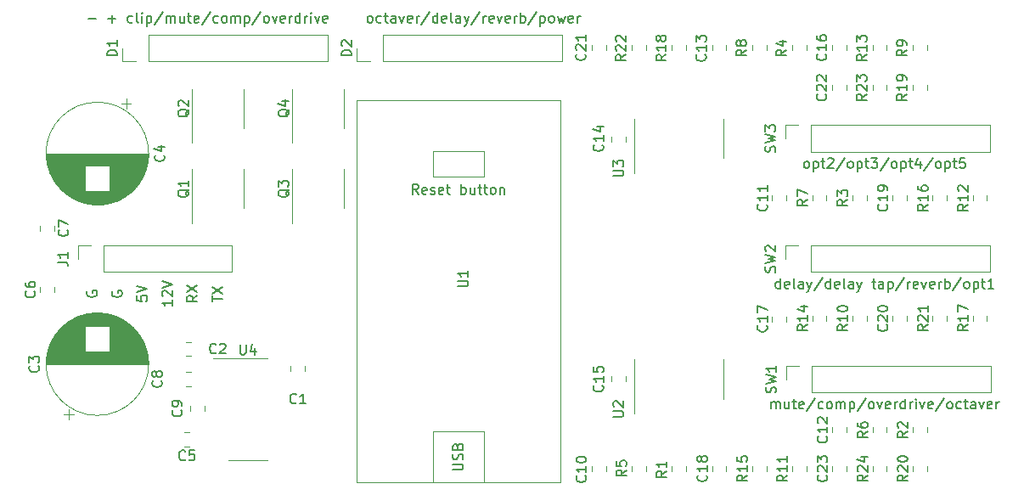
<source format=gto>
G04 #@! TF.GenerationSoftware,KiCad,Pcbnew,5.1.5-52549c5~84~ubuntu18.04.1*
G04 #@! TF.CreationDate,2020-03-25T21:43:52-04:00*
G04 #@! TF.ProjectId,footswitch,666f6f74-7377-4697-9463-682e6b696361,rev?*
G04 #@! TF.SameCoordinates,Original*
G04 #@! TF.FileFunction,Legend,Top*
G04 #@! TF.FilePolarity,Positive*
%FSLAX46Y46*%
G04 Gerber Fmt 4.6, Leading zero omitted, Abs format (unit mm)*
G04 Created by KiCad (PCBNEW 5.1.5-52549c5~84~ubuntu18.04.1) date 2020-03-25 21:43:52*
%MOMM*%
%LPD*%
G04 APERTURE LIST*
%ADD10C,0.150000*%
%ADD11C,0.120000*%
G04 APERTURE END LIST*
D10*
X55119047Y-21452380D02*
X55023809Y-21404761D01*
X54976190Y-21357142D01*
X54928571Y-21261904D01*
X54928571Y-20976190D01*
X54976190Y-20880952D01*
X55023809Y-20833333D01*
X55119047Y-20785714D01*
X55261904Y-20785714D01*
X55357142Y-20833333D01*
X55404761Y-20880952D01*
X55452380Y-20976190D01*
X55452380Y-21261904D01*
X55404761Y-21357142D01*
X55357142Y-21404761D01*
X55261904Y-21452380D01*
X55119047Y-21452380D01*
X56309523Y-21404761D02*
X56214285Y-21452380D01*
X56023809Y-21452380D01*
X55928571Y-21404761D01*
X55880952Y-21357142D01*
X55833333Y-21261904D01*
X55833333Y-20976190D01*
X55880952Y-20880952D01*
X55928571Y-20833333D01*
X56023809Y-20785714D01*
X56214285Y-20785714D01*
X56309523Y-20833333D01*
X56595238Y-20785714D02*
X56976190Y-20785714D01*
X56738095Y-20452380D02*
X56738095Y-21309523D01*
X56785714Y-21404761D01*
X56880952Y-21452380D01*
X56976190Y-21452380D01*
X57738095Y-21452380D02*
X57738095Y-20928571D01*
X57690476Y-20833333D01*
X57595238Y-20785714D01*
X57404761Y-20785714D01*
X57309523Y-20833333D01*
X57738095Y-21404761D02*
X57642857Y-21452380D01*
X57404761Y-21452380D01*
X57309523Y-21404761D01*
X57261904Y-21309523D01*
X57261904Y-21214285D01*
X57309523Y-21119047D01*
X57404761Y-21071428D01*
X57642857Y-21071428D01*
X57738095Y-21023809D01*
X58119047Y-20785714D02*
X58357142Y-21452380D01*
X58595238Y-20785714D01*
X59357142Y-21404761D02*
X59261904Y-21452380D01*
X59071428Y-21452380D01*
X58976190Y-21404761D01*
X58928571Y-21309523D01*
X58928571Y-20928571D01*
X58976190Y-20833333D01*
X59071428Y-20785714D01*
X59261904Y-20785714D01*
X59357142Y-20833333D01*
X59404761Y-20928571D01*
X59404761Y-21023809D01*
X58928571Y-21119047D01*
X59833333Y-21452380D02*
X59833333Y-20785714D01*
X59833333Y-20976190D02*
X59880952Y-20880952D01*
X59928571Y-20833333D01*
X60023809Y-20785714D01*
X60119047Y-20785714D01*
X61166666Y-20404761D02*
X60309523Y-21690476D01*
X61928571Y-21452380D02*
X61928571Y-20452380D01*
X61928571Y-21404761D02*
X61833333Y-21452380D01*
X61642857Y-21452380D01*
X61547619Y-21404761D01*
X61500000Y-21357142D01*
X61452380Y-21261904D01*
X61452380Y-20976190D01*
X61500000Y-20880952D01*
X61547619Y-20833333D01*
X61642857Y-20785714D01*
X61833333Y-20785714D01*
X61928571Y-20833333D01*
X62785714Y-21404761D02*
X62690476Y-21452380D01*
X62500000Y-21452380D01*
X62404761Y-21404761D01*
X62357142Y-21309523D01*
X62357142Y-20928571D01*
X62404761Y-20833333D01*
X62500000Y-20785714D01*
X62690476Y-20785714D01*
X62785714Y-20833333D01*
X62833333Y-20928571D01*
X62833333Y-21023809D01*
X62357142Y-21119047D01*
X63404761Y-21452380D02*
X63309523Y-21404761D01*
X63261904Y-21309523D01*
X63261904Y-20452380D01*
X64214285Y-21452380D02*
X64214285Y-20928571D01*
X64166666Y-20833333D01*
X64071428Y-20785714D01*
X63880952Y-20785714D01*
X63785714Y-20833333D01*
X64214285Y-21404761D02*
X64119047Y-21452380D01*
X63880952Y-21452380D01*
X63785714Y-21404761D01*
X63738095Y-21309523D01*
X63738095Y-21214285D01*
X63785714Y-21119047D01*
X63880952Y-21071428D01*
X64119047Y-21071428D01*
X64214285Y-21023809D01*
X64595238Y-20785714D02*
X64833333Y-21452380D01*
X65071428Y-20785714D02*
X64833333Y-21452380D01*
X64738095Y-21690476D01*
X64690476Y-21738095D01*
X64595238Y-21785714D01*
X66166666Y-20404761D02*
X65309523Y-21690476D01*
X66500000Y-21452380D02*
X66500000Y-20785714D01*
X66500000Y-20976190D02*
X66547619Y-20880952D01*
X66595238Y-20833333D01*
X66690476Y-20785714D01*
X66785714Y-20785714D01*
X67500000Y-21404761D02*
X67404761Y-21452380D01*
X67214285Y-21452380D01*
X67119047Y-21404761D01*
X67071428Y-21309523D01*
X67071428Y-20928571D01*
X67119047Y-20833333D01*
X67214285Y-20785714D01*
X67404761Y-20785714D01*
X67500000Y-20833333D01*
X67547619Y-20928571D01*
X67547619Y-21023809D01*
X67071428Y-21119047D01*
X67880952Y-20785714D02*
X68119047Y-21452380D01*
X68357142Y-20785714D01*
X69119047Y-21404761D02*
X69023809Y-21452380D01*
X68833333Y-21452380D01*
X68738095Y-21404761D01*
X68690476Y-21309523D01*
X68690476Y-20928571D01*
X68738095Y-20833333D01*
X68833333Y-20785714D01*
X69023809Y-20785714D01*
X69119047Y-20833333D01*
X69166666Y-20928571D01*
X69166666Y-21023809D01*
X68690476Y-21119047D01*
X69595238Y-21452380D02*
X69595238Y-20785714D01*
X69595238Y-20976190D02*
X69642857Y-20880952D01*
X69690476Y-20833333D01*
X69785714Y-20785714D01*
X69880952Y-20785714D01*
X70214285Y-21452380D02*
X70214285Y-20452380D01*
X70214285Y-20833333D02*
X70309523Y-20785714D01*
X70500000Y-20785714D01*
X70595238Y-20833333D01*
X70642857Y-20880952D01*
X70690476Y-20976190D01*
X70690476Y-21261904D01*
X70642857Y-21357142D01*
X70595238Y-21404761D01*
X70500000Y-21452380D01*
X70309523Y-21452380D01*
X70214285Y-21404761D01*
X71833333Y-20404761D02*
X70976190Y-21690476D01*
X72166666Y-20785714D02*
X72166666Y-21785714D01*
X72166666Y-20833333D02*
X72261904Y-20785714D01*
X72452380Y-20785714D01*
X72547619Y-20833333D01*
X72595238Y-20880952D01*
X72642857Y-20976190D01*
X72642857Y-21261904D01*
X72595238Y-21357142D01*
X72547619Y-21404761D01*
X72452380Y-21452380D01*
X72261904Y-21452380D01*
X72166666Y-21404761D01*
X73214285Y-21452380D02*
X73119047Y-21404761D01*
X73071428Y-21357142D01*
X73023809Y-21261904D01*
X73023809Y-20976190D01*
X73071428Y-20880952D01*
X73119047Y-20833333D01*
X73214285Y-20785714D01*
X73357142Y-20785714D01*
X73452380Y-20833333D01*
X73500000Y-20880952D01*
X73547619Y-20976190D01*
X73547619Y-21261904D01*
X73500000Y-21357142D01*
X73452380Y-21404761D01*
X73357142Y-21452380D01*
X73214285Y-21452380D01*
X73880952Y-20785714D02*
X74071428Y-21452380D01*
X74261904Y-20976190D01*
X74452380Y-21452380D01*
X74642857Y-20785714D01*
X75404761Y-21404761D02*
X75309523Y-21452380D01*
X75119047Y-21452380D01*
X75023809Y-21404761D01*
X74976190Y-21309523D01*
X74976190Y-20928571D01*
X75023809Y-20833333D01*
X75119047Y-20785714D01*
X75309523Y-20785714D01*
X75404761Y-20833333D01*
X75452380Y-20928571D01*
X75452380Y-21023809D01*
X74976190Y-21119047D01*
X75880952Y-21452380D02*
X75880952Y-20785714D01*
X75880952Y-20976190D02*
X75928571Y-20880952D01*
X75976190Y-20833333D01*
X76071428Y-20785714D01*
X76166666Y-20785714D01*
X27071428Y-21071428D02*
X27833333Y-21071428D01*
X29071428Y-21071428D02*
X29833333Y-21071428D01*
X29452380Y-21452380D02*
X29452380Y-20690476D01*
X31499999Y-21404761D02*
X31404761Y-21452380D01*
X31214285Y-21452380D01*
X31119047Y-21404761D01*
X31071428Y-21357142D01*
X31023809Y-21261904D01*
X31023809Y-20976190D01*
X31071428Y-20880952D01*
X31119047Y-20833333D01*
X31214285Y-20785714D01*
X31404761Y-20785714D01*
X31499999Y-20833333D01*
X32071428Y-21452380D02*
X31976190Y-21404761D01*
X31928571Y-21309523D01*
X31928571Y-20452380D01*
X32452380Y-21452380D02*
X32452380Y-20785714D01*
X32452380Y-20452380D02*
X32404761Y-20500000D01*
X32452380Y-20547619D01*
X32499999Y-20500000D01*
X32452380Y-20452380D01*
X32452380Y-20547619D01*
X32928571Y-20785714D02*
X32928571Y-21785714D01*
X32928571Y-20833333D02*
X33023809Y-20785714D01*
X33214285Y-20785714D01*
X33309523Y-20833333D01*
X33357142Y-20880952D01*
X33404761Y-20976190D01*
X33404761Y-21261904D01*
X33357142Y-21357142D01*
X33309523Y-21404761D01*
X33214285Y-21452380D01*
X33023809Y-21452380D01*
X32928571Y-21404761D01*
X34547619Y-20404761D02*
X33690476Y-21690476D01*
X34880952Y-21452380D02*
X34880952Y-20785714D01*
X34880952Y-20880952D02*
X34928571Y-20833333D01*
X35023809Y-20785714D01*
X35166666Y-20785714D01*
X35261904Y-20833333D01*
X35309523Y-20928571D01*
X35309523Y-21452380D01*
X35309523Y-20928571D02*
X35357142Y-20833333D01*
X35452380Y-20785714D01*
X35595238Y-20785714D01*
X35690476Y-20833333D01*
X35738095Y-20928571D01*
X35738095Y-21452380D01*
X36642857Y-20785714D02*
X36642857Y-21452380D01*
X36214285Y-20785714D02*
X36214285Y-21309523D01*
X36261904Y-21404761D01*
X36357142Y-21452380D01*
X36499999Y-21452380D01*
X36595238Y-21404761D01*
X36642857Y-21357142D01*
X36976190Y-20785714D02*
X37357142Y-20785714D01*
X37119047Y-20452380D02*
X37119047Y-21309523D01*
X37166666Y-21404761D01*
X37261904Y-21452380D01*
X37357142Y-21452380D01*
X38071428Y-21404761D02*
X37976190Y-21452380D01*
X37785714Y-21452380D01*
X37690476Y-21404761D01*
X37642857Y-21309523D01*
X37642857Y-20928571D01*
X37690476Y-20833333D01*
X37785714Y-20785714D01*
X37976190Y-20785714D01*
X38071428Y-20833333D01*
X38119047Y-20928571D01*
X38119047Y-21023809D01*
X37642857Y-21119047D01*
X39261904Y-20404761D02*
X38404761Y-21690476D01*
X40023809Y-21404761D02*
X39928571Y-21452380D01*
X39738095Y-21452380D01*
X39642857Y-21404761D01*
X39595238Y-21357142D01*
X39547619Y-21261904D01*
X39547619Y-20976190D01*
X39595238Y-20880952D01*
X39642857Y-20833333D01*
X39738095Y-20785714D01*
X39928571Y-20785714D01*
X40023809Y-20833333D01*
X40595238Y-21452380D02*
X40499999Y-21404761D01*
X40452380Y-21357142D01*
X40404761Y-21261904D01*
X40404761Y-20976190D01*
X40452380Y-20880952D01*
X40499999Y-20833333D01*
X40595238Y-20785714D01*
X40738095Y-20785714D01*
X40833333Y-20833333D01*
X40880952Y-20880952D01*
X40928571Y-20976190D01*
X40928571Y-21261904D01*
X40880952Y-21357142D01*
X40833333Y-21404761D01*
X40738095Y-21452380D01*
X40595238Y-21452380D01*
X41357142Y-21452380D02*
X41357142Y-20785714D01*
X41357142Y-20880952D02*
X41404761Y-20833333D01*
X41499999Y-20785714D01*
X41642857Y-20785714D01*
X41738095Y-20833333D01*
X41785714Y-20928571D01*
X41785714Y-21452380D01*
X41785714Y-20928571D02*
X41833333Y-20833333D01*
X41928571Y-20785714D01*
X42071428Y-20785714D01*
X42166666Y-20833333D01*
X42214285Y-20928571D01*
X42214285Y-21452380D01*
X42690476Y-20785714D02*
X42690476Y-21785714D01*
X42690476Y-20833333D02*
X42785714Y-20785714D01*
X42976190Y-20785714D01*
X43071428Y-20833333D01*
X43119047Y-20880952D01*
X43166666Y-20976190D01*
X43166666Y-21261904D01*
X43119047Y-21357142D01*
X43071428Y-21404761D01*
X42976190Y-21452380D01*
X42785714Y-21452380D01*
X42690476Y-21404761D01*
X44309523Y-20404761D02*
X43452380Y-21690476D01*
X44785714Y-21452380D02*
X44690476Y-21404761D01*
X44642857Y-21357142D01*
X44595238Y-21261904D01*
X44595238Y-20976190D01*
X44642857Y-20880952D01*
X44690476Y-20833333D01*
X44785714Y-20785714D01*
X44928571Y-20785714D01*
X45023809Y-20833333D01*
X45071428Y-20880952D01*
X45119047Y-20976190D01*
X45119047Y-21261904D01*
X45071428Y-21357142D01*
X45023809Y-21404761D01*
X44928571Y-21452380D01*
X44785714Y-21452380D01*
X45452380Y-20785714D02*
X45690476Y-21452380D01*
X45928571Y-20785714D01*
X46690476Y-21404761D02*
X46595238Y-21452380D01*
X46404761Y-21452380D01*
X46309523Y-21404761D01*
X46261904Y-21309523D01*
X46261904Y-20928571D01*
X46309523Y-20833333D01*
X46404761Y-20785714D01*
X46595238Y-20785714D01*
X46690476Y-20833333D01*
X46738095Y-20928571D01*
X46738095Y-21023809D01*
X46261904Y-21119047D01*
X47166666Y-21452380D02*
X47166666Y-20785714D01*
X47166666Y-20976190D02*
X47214285Y-20880952D01*
X47261904Y-20833333D01*
X47357142Y-20785714D01*
X47452380Y-20785714D01*
X48214285Y-21452380D02*
X48214285Y-20452380D01*
X48214285Y-21404761D02*
X48119047Y-21452380D01*
X47928571Y-21452380D01*
X47833333Y-21404761D01*
X47785714Y-21357142D01*
X47738095Y-21261904D01*
X47738095Y-20976190D01*
X47785714Y-20880952D01*
X47833333Y-20833333D01*
X47928571Y-20785714D01*
X48119047Y-20785714D01*
X48214285Y-20833333D01*
X48690476Y-21452380D02*
X48690476Y-20785714D01*
X48690476Y-20976190D02*
X48738095Y-20880952D01*
X48785714Y-20833333D01*
X48880952Y-20785714D01*
X48976190Y-20785714D01*
X49309523Y-21452380D02*
X49309523Y-20785714D01*
X49309523Y-20452380D02*
X49261904Y-20500000D01*
X49309523Y-20547619D01*
X49357142Y-20500000D01*
X49309523Y-20452380D01*
X49309523Y-20547619D01*
X49690476Y-20785714D02*
X49928571Y-21452380D01*
X50166666Y-20785714D01*
X50928571Y-21404761D02*
X50833333Y-21452380D01*
X50642857Y-21452380D01*
X50547619Y-21404761D01*
X50499999Y-21309523D01*
X50499999Y-20928571D01*
X50547619Y-20833333D01*
X50642857Y-20785714D01*
X50833333Y-20785714D01*
X50928571Y-20833333D01*
X50976190Y-20928571D01*
X50976190Y-21023809D01*
X50499999Y-21119047D01*
X98642857Y-35952380D02*
X98547619Y-35904761D01*
X98500000Y-35857142D01*
X98452380Y-35761904D01*
X98452380Y-35476190D01*
X98500000Y-35380952D01*
X98547619Y-35333333D01*
X98642857Y-35285714D01*
X98785714Y-35285714D01*
X98880952Y-35333333D01*
X98928571Y-35380952D01*
X98976190Y-35476190D01*
X98976190Y-35761904D01*
X98928571Y-35857142D01*
X98880952Y-35904761D01*
X98785714Y-35952380D01*
X98642857Y-35952380D01*
X99404761Y-35285714D02*
X99404761Y-36285714D01*
X99404761Y-35333333D02*
X99500000Y-35285714D01*
X99690476Y-35285714D01*
X99785714Y-35333333D01*
X99833333Y-35380952D01*
X99880952Y-35476190D01*
X99880952Y-35761904D01*
X99833333Y-35857142D01*
X99785714Y-35904761D01*
X99690476Y-35952380D01*
X99500000Y-35952380D01*
X99404761Y-35904761D01*
X100166666Y-35285714D02*
X100547619Y-35285714D01*
X100309523Y-34952380D02*
X100309523Y-35809523D01*
X100357142Y-35904761D01*
X100452380Y-35952380D01*
X100547619Y-35952380D01*
X100833333Y-35047619D02*
X100880952Y-35000000D01*
X100976190Y-34952380D01*
X101214285Y-34952380D01*
X101309523Y-35000000D01*
X101357142Y-35047619D01*
X101404761Y-35142857D01*
X101404761Y-35238095D01*
X101357142Y-35380952D01*
X100785714Y-35952380D01*
X101404761Y-35952380D01*
X102547619Y-34904761D02*
X101690476Y-36190476D01*
X103023809Y-35952380D02*
X102928571Y-35904761D01*
X102880952Y-35857142D01*
X102833333Y-35761904D01*
X102833333Y-35476190D01*
X102880952Y-35380952D01*
X102928571Y-35333333D01*
X103023809Y-35285714D01*
X103166666Y-35285714D01*
X103261904Y-35333333D01*
X103309523Y-35380952D01*
X103357142Y-35476190D01*
X103357142Y-35761904D01*
X103309523Y-35857142D01*
X103261904Y-35904761D01*
X103166666Y-35952380D01*
X103023809Y-35952380D01*
X103785714Y-35285714D02*
X103785714Y-36285714D01*
X103785714Y-35333333D02*
X103880952Y-35285714D01*
X104071428Y-35285714D01*
X104166666Y-35333333D01*
X104214285Y-35380952D01*
X104261904Y-35476190D01*
X104261904Y-35761904D01*
X104214285Y-35857142D01*
X104166666Y-35904761D01*
X104071428Y-35952380D01*
X103880952Y-35952380D01*
X103785714Y-35904761D01*
X104547619Y-35285714D02*
X104928571Y-35285714D01*
X104690476Y-34952380D02*
X104690476Y-35809523D01*
X104738095Y-35904761D01*
X104833333Y-35952380D01*
X104928571Y-35952380D01*
X105166666Y-34952380D02*
X105785714Y-34952380D01*
X105452380Y-35333333D01*
X105595238Y-35333333D01*
X105690476Y-35380952D01*
X105738095Y-35428571D01*
X105785714Y-35523809D01*
X105785714Y-35761904D01*
X105738095Y-35857142D01*
X105690476Y-35904761D01*
X105595238Y-35952380D01*
X105309523Y-35952380D01*
X105214285Y-35904761D01*
X105166666Y-35857142D01*
X106928571Y-34904761D02*
X106071428Y-36190476D01*
X107404761Y-35952380D02*
X107309523Y-35904761D01*
X107261904Y-35857142D01*
X107214285Y-35761904D01*
X107214285Y-35476190D01*
X107261904Y-35380952D01*
X107309523Y-35333333D01*
X107404761Y-35285714D01*
X107547619Y-35285714D01*
X107642857Y-35333333D01*
X107690476Y-35380952D01*
X107738095Y-35476190D01*
X107738095Y-35761904D01*
X107690476Y-35857142D01*
X107642857Y-35904761D01*
X107547619Y-35952380D01*
X107404761Y-35952380D01*
X108166666Y-35285714D02*
X108166666Y-36285714D01*
X108166666Y-35333333D02*
X108261904Y-35285714D01*
X108452380Y-35285714D01*
X108547619Y-35333333D01*
X108595238Y-35380952D01*
X108642857Y-35476190D01*
X108642857Y-35761904D01*
X108595238Y-35857142D01*
X108547619Y-35904761D01*
X108452380Y-35952380D01*
X108261904Y-35952380D01*
X108166666Y-35904761D01*
X108928571Y-35285714D02*
X109309523Y-35285714D01*
X109071428Y-34952380D02*
X109071428Y-35809523D01*
X109119047Y-35904761D01*
X109214285Y-35952380D01*
X109309523Y-35952380D01*
X110071428Y-35285714D02*
X110071428Y-35952380D01*
X109833333Y-34904761D02*
X109595238Y-35619047D01*
X110214285Y-35619047D01*
X111309523Y-34904761D02*
X110452380Y-36190476D01*
X111785714Y-35952380D02*
X111690476Y-35904761D01*
X111642857Y-35857142D01*
X111595238Y-35761904D01*
X111595238Y-35476190D01*
X111642857Y-35380952D01*
X111690476Y-35333333D01*
X111785714Y-35285714D01*
X111928571Y-35285714D01*
X112023809Y-35333333D01*
X112071428Y-35380952D01*
X112119047Y-35476190D01*
X112119047Y-35761904D01*
X112071428Y-35857142D01*
X112023809Y-35904761D01*
X111928571Y-35952380D01*
X111785714Y-35952380D01*
X112547619Y-35285714D02*
X112547619Y-36285714D01*
X112547619Y-35333333D02*
X112642857Y-35285714D01*
X112833333Y-35285714D01*
X112928571Y-35333333D01*
X112976190Y-35380952D01*
X113023809Y-35476190D01*
X113023809Y-35761904D01*
X112976190Y-35857142D01*
X112928571Y-35904761D01*
X112833333Y-35952380D01*
X112642857Y-35952380D01*
X112547619Y-35904761D01*
X113309523Y-35285714D02*
X113690476Y-35285714D01*
X113452380Y-34952380D02*
X113452380Y-35809523D01*
X113500000Y-35904761D01*
X113595238Y-35952380D01*
X113690476Y-35952380D01*
X114500000Y-34952380D02*
X114023809Y-34952380D01*
X113976190Y-35428571D01*
X114023809Y-35380952D01*
X114119047Y-35333333D01*
X114357142Y-35333333D01*
X114452380Y-35380952D01*
X114500000Y-35428571D01*
X114547619Y-35523809D01*
X114547619Y-35761904D01*
X114500000Y-35857142D01*
X114452380Y-35904761D01*
X114357142Y-35952380D01*
X114119047Y-35952380D01*
X114023809Y-35904761D01*
X113976190Y-35857142D01*
X96095238Y-47952380D02*
X96095238Y-46952380D01*
X96095238Y-47904761D02*
X96000000Y-47952380D01*
X95809523Y-47952380D01*
X95714285Y-47904761D01*
X95666666Y-47857142D01*
X95619047Y-47761904D01*
X95619047Y-47476190D01*
X95666666Y-47380952D01*
X95714285Y-47333333D01*
X95809523Y-47285714D01*
X96000000Y-47285714D01*
X96095238Y-47333333D01*
X96952380Y-47904761D02*
X96857142Y-47952380D01*
X96666666Y-47952380D01*
X96571428Y-47904761D01*
X96523809Y-47809523D01*
X96523809Y-47428571D01*
X96571428Y-47333333D01*
X96666666Y-47285714D01*
X96857142Y-47285714D01*
X96952380Y-47333333D01*
X97000000Y-47428571D01*
X97000000Y-47523809D01*
X96523809Y-47619047D01*
X97571428Y-47952380D02*
X97476190Y-47904761D01*
X97428571Y-47809523D01*
X97428571Y-46952380D01*
X98380952Y-47952380D02*
X98380952Y-47428571D01*
X98333333Y-47333333D01*
X98238095Y-47285714D01*
X98047619Y-47285714D01*
X97952380Y-47333333D01*
X98380952Y-47904761D02*
X98285714Y-47952380D01*
X98047619Y-47952380D01*
X97952380Y-47904761D01*
X97904761Y-47809523D01*
X97904761Y-47714285D01*
X97952380Y-47619047D01*
X98047619Y-47571428D01*
X98285714Y-47571428D01*
X98380952Y-47523809D01*
X98761904Y-47285714D02*
X99000000Y-47952380D01*
X99238095Y-47285714D02*
X99000000Y-47952380D01*
X98904761Y-48190476D01*
X98857142Y-48238095D01*
X98761904Y-48285714D01*
X100333333Y-46904761D02*
X99476190Y-48190476D01*
X101095238Y-47952380D02*
X101095238Y-46952380D01*
X101095238Y-47904761D02*
X101000000Y-47952380D01*
X100809523Y-47952380D01*
X100714285Y-47904761D01*
X100666666Y-47857142D01*
X100619047Y-47761904D01*
X100619047Y-47476190D01*
X100666666Y-47380952D01*
X100714285Y-47333333D01*
X100809523Y-47285714D01*
X101000000Y-47285714D01*
X101095238Y-47333333D01*
X101952380Y-47904761D02*
X101857142Y-47952380D01*
X101666666Y-47952380D01*
X101571428Y-47904761D01*
X101523809Y-47809523D01*
X101523809Y-47428571D01*
X101571428Y-47333333D01*
X101666666Y-47285714D01*
X101857142Y-47285714D01*
X101952380Y-47333333D01*
X102000000Y-47428571D01*
X102000000Y-47523809D01*
X101523809Y-47619047D01*
X102571428Y-47952380D02*
X102476190Y-47904761D01*
X102428571Y-47809523D01*
X102428571Y-46952380D01*
X103380952Y-47952380D02*
X103380952Y-47428571D01*
X103333333Y-47333333D01*
X103238095Y-47285714D01*
X103047619Y-47285714D01*
X102952380Y-47333333D01*
X103380952Y-47904761D02*
X103285714Y-47952380D01*
X103047619Y-47952380D01*
X102952380Y-47904761D01*
X102904761Y-47809523D01*
X102904761Y-47714285D01*
X102952380Y-47619047D01*
X103047619Y-47571428D01*
X103285714Y-47571428D01*
X103380952Y-47523809D01*
X103761904Y-47285714D02*
X104000000Y-47952380D01*
X104238095Y-47285714D02*
X104000000Y-47952380D01*
X103904761Y-48190476D01*
X103857142Y-48238095D01*
X103761904Y-48285714D01*
X105238095Y-47285714D02*
X105619047Y-47285714D01*
X105380952Y-46952380D02*
X105380952Y-47809523D01*
X105428571Y-47904761D01*
X105523809Y-47952380D01*
X105619047Y-47952380D01*
X106380952Y-47952380D02*
X106380952Y-47428571D01*
X106333333Y-47333333D01*
X106238095Y-47285714D01*
X106047619Y-47285714D01*
X105952380Y-47333333D01*
X106380952Y-47904761D02*
X106285714Y-47952380D01*
X106047619Y-47952380D01*
X105952380Y-47904761D01*
X105904761Y-47809523D01*
X105904761Y-47714285D01*
X105952380Y-47619047D01*
X106047619Y-47571428D01*
X106285714Y-47571428D01*
X106380952Y-47523809D01*
X106857142Y-47285714D02*
X106857142Y-48285714D01*
X106857142Y-47333333D02*
X106952380Y-47285714D01*
X107142857Y-47285714D01*
X107238095Y-47333333D01*
X107285714Y-47380952D01*
X107333333Y-47476190D01*
X107333333Y-47761904D01*
X107285714Y-47857142D01*
X107238095Y-47904761D01*
X107142857Y-47952380D01*
X106952380Y-47952380D01*
X106857142Y-47904761D01*
X108476190Y-46904761D02*
X107619047Y-48190476D01*
X108809523Y-47952380D02*
X108809523Y-47285714D01*
X108809523Y-47476190D02*
X108857142Y-47380952D01*
X108904761Y-47333333D01*
X109000000Y-47285714D01*
X109095238Y-47285714D01*
X109809523Y-47904761D02*
X109714285Y-47952380D01*
X109523809Y-47952380D01*
X109428571Y-47904761D01*
X109380952Y-47809523D01*
X109380952Y-47428571D01*
X109428571Y-47333333D01*
X109523809Y-47285714D01*
X109714285Y-47285714D01*
X109809523Y-47333333D01*
X109857142Y-47428571D01*
X109857142Y-47523809D01*
X109380952Y-47619047D01*
X110190476Y-47285714D02*
X110428571Y-47952380D01*
X110666666Y-47285714D01*
X111428571Y-47904761D02*
X111333333Y-47952380D01*
X111142857Y-47952380D01*
X111047619Y-47904761D01*
X111000000Y-47809523D01*
X111000000Y-47428571D01*
X111047619Y-47333333D01*
X111142857Y-47285714D01*
X111333333Y-47285714D01*
X111428571Y-47333333D01*
X111476190Y-47428571D01*
X111476190Y-47523809D01*
X111000000Y-47619047D01*
X111904761Y-47952380D02*
X111904761Y-47285714D01*
X111904761Y-47476190D02*
X111952380Y-47380952D01*
X112000000Y-47333333D01*
X112095238Y-47285714D01*
X112190476Y-47285714D01*
X112523809Y-47952380D02*
X112523809Y-46952380D01*
X112523809Y-47333333D02*
X112619047Y-47285714D01*
X112809523Y-47285714D01*
X112904761Y-47333333D01*
X112952380Y-47380952D01*
X113000000Y-47476190D01*
X113000000Y-47761904D01*
X112952380Y-47857142D01*
X112904761Y-47904761D01*
X112809523Y-47952380D01*
X112619047Y-47952380D01*
X112523809Y-47904761D01*
X114142857Y-46904761D02*
X113285714Y-48190476D01*
X114619047Y-47952380D02*
X114523809Y-47904761D01*
X114476190Y-47857142D01*
X114428571Y-47761904D01*
X114428571Y-47476190D01*
X114476190Y-47380952D01*
X114523809Y-47333333D01*
X114619047Y-47285714D01*
X114761904Y-47285714D01*
X114857142Y-47333333D01*
X114904761Y-47380952D01*
X114952380Y-47476190D01*
X114952380Y-47761904D01*
X114904761Y-47857142D01*
X114857142Y-47904761D01*
X114761904Y-47952380D01*
X114619047Y-47952380D01*
X115380952Y-47285714D02*
X115380952Y-48285714D01*
X115380952Y-47333333D02*
X115476190Y-47285714D01*
X115666666Y-47285714D01*
X115761904Y-47333333D01*
X115809523Y-47380952D01*
X115857142Y-47476190D01*
X115857142Y-47761904D01*
X115809523Y-47857142D01*
X115761904Y-47904761D01*
X115666666Y-47952380D01*
X115476190Y-47952380D01*
X115380952Y-47904761D01*
X116142857Y-47285714D02*
X116523809Y-47285714D01*
X116285714Y-46952380D02*
X116285714Y-47809523D01*
X116333333Y-47904761D01*
X116428571Y-47952380D01*
X116523809Y-47952380D01*
X117380952Y-47952380D02*
X116809523Y-47952380D01*
X117095238Y-47952380D02*
X117095238Y-46952380D01*
X117000000Y-47095238D01*
X116904761Y-47190476D01*
X116809523Y-47238095D01*
X95214285Y-59952380D02*
X95214285Y-59285714D01*
X95214285Y-59380952D02*
X95261904Y-59333333D01*
X95357142Y-59285714D01*
X95500000Y-59285714D01*
X95595238Y-59333333D01*
X95642857Y-59428571D01*
X95642857Y-59952380D01*
X95642857Y-59428571D02*
X95690476Y-59333333D01*
X95785714Y-59285714D01*
X95928571Y-59285714D01*
X96023809Y-59333333D01*
X96071428Y-59428571D01*
X96071428Y-59952380D01*
X96976190Y-59285714D02*
X96976190Y-59952380D01*
X96547619Y-59285714D02*
X96547619Y-59809523D01*
X96595238Y-59904761D01*
X96690476Y-59952380D01*
X96833333Y-59952380D01*
X96928571Y-59904761D01*
X96976190Y-59857142D01*
X97309523Y-59285714D02*
X97690476Y-59285714D01*
X97452380Y-58952380D02*
X97452380Y-59809523D01*
X97500000Y-59904761D01*
X97595238Y-59952380D01*
X97690476Y-59952380D01*
X98404761Y-59904761D02*
X98309523Y-59952380D01*
X98119047Y-59952380D01*
X98023809Y-59904761D01*
X97976190Y-59809523D01*
X97976190Y-59428571D01*
X98023809Y-59333333D01*
X98119047Y-59285714D01*
X98309523Y-59285714D01*
X98404761Y-59333333D01*
X98452380Y-59428571D01*
X98452380Y-59523809D01*
X97976190Y-59619047D01*
X99595238Y-58904761D02*
X98738095Y-60190476D01*
X100357142Y-59904761D02*
X100261904Y-59952380D01*
X100071428Y-59952380D01*
X99976190Y-59904761D01*
X99928571Y-59857142D01*
X99880952Y-59761904D01*
X99880952Y-59476190D01*
X99928571Y-59380952D01*
X99976190Y-59333333D01*
X100071428Y-59285714D01*
X100261904Y-59285714D01*
X100357142Y-59333333D01*
X100928571Y-59952380D02*
X100833333Y-59904761D01*
X100785714Y-59857142D01*
X100738095Y-59761904D01*
X100738095Y-59476190D01*
X100785714Y-59380952D01*
X100833333Y-59333333D01*
X100928571Y-59285714D01*
X101071428Y-59285714D01*
X101166666Y-59333333D01*
X101214285Y-59380952D01*
X101261904Y-59476190D01*
X101261904Y-59761904D01*
X101214285Y-59857142D01*
X101166666Y-59904761D01*
X101071428Y-59952380D01*
X100928571Y-59952380D01*
X101690476Y-59952380D02*
X101690476Y-59285714D01*
X101690476Y-59380952D02*
X101738095Y-59333333D01*
X101833333Y-59285714D01*
X101976190Y-59285714D01*
X102071428Y-59333333D01*
X102119047Y-59428571D01*
X102119047Y-59952380D01*
X102119047Y-59428571D02*
X102166666Y-59333333D01*
X102261904Y-59285714D01*
X102404761Y-59285714D01*
X102500000Y-59333333D01*
X102547619Y-59428571D01*
X102547619Y-59952380D01*
X103023809Y-59285714D02*
X103023809Y-60285714D01*
X103023809Y-59333333D02*
X103119047Y-59285714D01*
X103309523Y-59285714D01*
X103404761Y-59333333D01*
X103452380Y-59380952D01*
X103500000Y-59476190D01*
X103500000Y-59761904D01*
X103452380Y-59857142D01*
X103404761Y-59904761D01*
X103309523Y-59952380D01*
X103119047Y-59952380D01*
X103023809Y-59904761D01*
X104642857Y-58904761D02*
X103785714Y-60190476D01*
X105119047Y-59952380D02*
X105023809Y-59904761D01*
X104976190Y-59857142D01*
X104928571Y-59761904D01*
X104928571Y-59476190D01*
X104976190Y-59380952D01*
X105023809Y-59333333D01*
X105119047Y-59285714D01*
X105261904Y-59285714D01*
X105357142Y-59333333D01*
X105404761Y-59380952D01*
X105452380Y-59476190D01*
X105452380Y-59761904D01*
X105404761Y-59857142D01*
X105357142Y-59904761D01*
X105261904Y-59952380D01*
X105119047Y-59952380D01*
X105785714Y-59285714D02*
X106023809Y-59952380D01*
X106261904Y-59285714D01*
X107023809Y-59904761D02*
X106928571Y-59952380D01*
X106738095Y-59952380D01*
X106642857Y-59904761D01*
X106595238Y-59809523D01*
X106595238Y-59428571D01*
X106642857Y-59333333D01*
X106738095Y-59285714D01*
X106928571Y-59285714D01*
X107023809Y-59333333D01*
X107071428Y-59428571D01*
X107071428Y-59523809D01*
X106595238Y-59619047D01*
X107500000Y-59952380D02*
X107500000Y-59285714D01*
X107500000Y-59476190D02*
X107547619Y-59380952D01*
X107595238Y-59333333D01*
X107690476Y-59285714D01*
X107785714Y-59285714D01*
X108547619Y-59952380D02*
X108547619Y-58952380D01*
X108547619Y-59904761D02*
X108452380Y-59952380D01*
X108261904Y-59952380D01*
X108166666Y-59904761D01*
X108119047Y-59857142D01*
X108071428Y-59761904D01*
X108071428Y-59476190D01*
X108119047Y-59380952D01*
X108166666Y-59333333D01*
X108261904Y-59285714D01*
X108452380Y-59285714D01*
X108547619Y-59333333D01*
X109023809Y-59952380D02*
X109023809Y-59285714D01*
X109023809Y-59476190D02*
X109071428Y-59380952D01*
X109119047Y-59333333D01*
X109214285Y-59285714D01*
X109309523Y-59285714D01*
X109642857Y-59952380D02*
X109642857Y-59285714D01*
X109642857Y-58952380D02*
X109595238Y-59000000D01*
X109642857Y-59047619D01*
X109690476Y-59000000D01*
X109642857Y-58952380D01*
X109642857Y-59047619D01*
X110023809Y-59285714D02*
X110261904Y-59952380D01*
X110500000Y-59285714D01*
X111261904Y-59904761D02*
X111166666Y-59952380D01*
X110976190Y-59952380D01*
X110880952Y-59904761D01*
X110833333Y-59809523D01*
X110833333Y-59428571D01*
X110880952Y-59333333D01*
X110976190Y-59285714D01*
X111166666Y-59285714D01*
X111261904Y-59333333D01*
X111309523Y-59428571D01*
X111309523Y-59523809D01*
X110833333Y-59619047D01*
X112452380Y-58904761D02*
X111595238Y-60190476D01*
X112928571Y-59952380D02*
X112833333Y-59904761D01*
X112785714Y-59857142D01*
X112738095Y-59761904D01*
X112738095Y-59476190D01*
X112785714Y-59380952D01*
X112833333Y-59333333D01*
X112928571Y-59285714D01*
X113071428Y-59285714D01*
X113166666Y-59333333D01*
X113214285Y-59380952D01*
X113261904Y-59476190D01*
X113261904Y-59761904D01*
X113214285Y-59857142D01*
X113166666Y-59904761D01*
X113071428Y-59952380D01*
X112928571Y-59952380D01*
X114119047Y-59904761D02*
X114023809Y-59952380D01*
X113833333Y-59952380D01*
X113738095Y-59904761D01*
X113690476Y-59857142D01*
X113642857Y-59761904D01*
X113642857Y-59476190D01*
X113690476Y-59380952D01*
X113738095Y-59333333D01*
X113833333Y-59285714D01*
X114023809Y-59285714D01*
X114119047Y-59333333D01*
X114404761Y-59285714D02*
X114785714Y-59285714D01*
X114547619Y-58952380D02*
X114547619Y-59809523D01*
X114595238Y-59904761D01*
X114690476Y-59952380D01*
X114785714Y-59952380D01*
X115547619Y-59952380D02*
X115547619Y-59428571D01*
X115500000Y-59333333D01*
X115404761Y-59285714D01*
X115214285Y-59285714D01*
X115119047Y-59333333D01*
X115547619Y-59904761D02*
X115452380Y-59952380D01*
X115214285Y-59952380D01*
X115119047Y-59904761D01*
X115071428Y-59809523D01*
X115071428Y-59714285D01*
X115119047Y-59619047D01*
X115214285Y-59571428D01*
X115452380Y-59571428D01*
X115547619Y-59523809D01*
X115928571Y-59285714D02*
X116166666Y-59952380D01*
X116404761Y-59285714D01*
X117166666Y-59904761D02*
X117071428Y-59952380D01*
X116880952Y-59952380D01*
X116785714Y-59904761D01*
X116738095Y-59809523D01*
X116738095Y-59428571D01*
X116785714Y-59333333D01*
X116880952Y-59285714D01*
X117071428Y-59285714D01*
X117166666Y-59333333D01*
X117214285Y-59428571D01*
X117214285Y-59523809D01*
X116738095Y-59619047D01*
X117642857Y-59952380D02*
X117642857Y-59285714D01*
X117642857Y-59476190D02*
X117690476Y-59380952D01*
X117738095Y-59333333D01*
X117833333Y-59285714D01*
X117928571Y-59285714D01*
X39452380Y-49261904D02*
X39452380Y-48690476D01*
X40452380Y-48976190D02*
X39452380Y-48976190D01*
X39452380Y-48452380D02*
X40452380Y-47785714D01*
X39452380Y-47785714D02*
X40452380Y-48452380D01*
X37952380Y-48666666D02*
X37476190Y-49000000D01*
X37952380Y-49238095D02*
X36952380Y-49238095D01*
X36952380Y-48857142D01*
X37000000Y-48761904D01*
X37047619Y-48714285D01*
X37142857Y-48666666D01*
X37285714Y-48666666D01*
X37380952Y-48714285D01*
X37428571Y-48761904D01*
X37476190Y-48857142D01*
X37476190Y-49238095D01*
X36952380Y-48333333D02*
X37952380Y-47666666D01*
X36952380Y-47666666D02*
X37952380Y-48333333D01*
X35452380Y-49119047D02*
X35452380Y-49690476D01*
X35452380Y-49404761D02*
X34452380Y-49404761D01*
X34595238Y-49500000D01*
X34690476Y-49595238D01*
X34738095Y-49690476D01*
X34547619Y-48738095D02*
X34500000Y-48690476D01*
X34452380Y-48595238D01*
X34452380Y-48357142D01*
X34500000Y-48261904D01*
X34547619Y-48214285D01*
X34642857Y-48166666D01*
X34738095Y-48166666D01*
X34880952Y-48214285D01*
X35452380Y-48785714D01*
X35452380Y-48166666D01*
X34452380Y-47880952D02*
X35452380Y-47547619D01*
X34452380Y-47214285D01*
X31952380Y-48690476D02*
X31952380Y-49166666D01*
X32428571Y-49214285D01*
X32380952Y-49166666D01*
X32333333Y-49071428D01*
X32333333Y-48833333D01*
X32380952Y-48738095D01*
X32428571Y-48690476D01*
X32523809Y-48642857D01*
X32761904Y-48642857D01*
X32857142Y-48690476D01*
X32904761Y-48738095D01*
X32952380Y-48833333D01*
X32952380Y-49071428D01*
X32904761Y-49166666D01*
X32857142Y-49214285D01*
X31952380Y-48357142D02*
X32952380Y-48023809D01*
X31952380Y-47690476D01*
X29500000Y-48238095D02*
X29452380Y-48333333D01*
X29452380Y-48476190D01*
X29500000Y-48619047D01*
X29595238Y-48714285D01*
X29690476Y-48761904D01*
X29880952Y-48809523D01*
X30023809Y-48809523D01*
X30214285Y-48761904D01*
X30309523Y-48714285D01*
X30404761Y-48619047D01*
X30452380Y-48476190D01*
X30452380Y-48380952D01*
X30404761Y-48238095D01*
X30357142Y-48190476D01*
X30023809Y-48190476D01*
X30023809Y-48380952D01*
X27000000Y-48238095D02*
X26952380Y-48333333D01*
X26952380Y-48476190D01*
X27000000Y-48619047D01*
X27095238Y-48714285D01*
X27190476Y-48761904D01*
X27380952Y-48809523D01*
X27523809Y-48809523D01*
X27714285Y-48761904D01*
X27809523Y-48714285D01*
X27904761Y-48619047D01*
X27952380Y-48476190D01*
X27952380Y-48380952D01*
X27904761Y-48238095D01*
X27857142Y-48190476D01*
X27523809Y-48190476D01*
X27523809Y-48380952D01*
D11*
X43000000Y-54940000D02*
X39550000Y-54940000D01*
X43000000Y-54940000D02*
X44950000Y-54940000D01*
X43000000Y-65060000D02*
X41050000Y-65060000D01*
X43000000Y-65060000D02*
X44950000Y-65060000D01*
X81565000Y-33000000D02*
X81565000Y-36450000D01*
X81565000Y-33000000D02*
X81565000Y-31050000D01*
X90435000Y-33000000D02*
X90435000Y-34950000D01*
X90435000Y-33000000D02*
X90435000Y-31050000D01*
X81565000Y-57000000D02*
X81565000Y-60450000D01*
X81565000Y-57000000D02*
X81565000Y-55050000D01*
X90435000Y-57000000D02*
X90435000Y-58950000D01*
X90435000Y-57000000D02*
X90435000Y-55050000D01*
X61460000Y-34300000D02*
X61460000Y-36840000D01*
X66540000Y-34300000D02*
X61460000Y-34300000D01*
X66540000Y-36840000D02*
X66540000Y-34300000D01*
X61460000Y-36840000D02*
X66540000Y-36840000D01*
X66540000Y-62240000D02*
X66540000Y-67320000D01*
X61460000Y-62240000D02*
X66540000Y-62240000D01*
X61460000Y-67320000D02*
X61460000Y-62240000D01*
X74160000Y-67320000D02*
X53840000Y-67320000D01*
X74160000Y-29220000D02*
X74160000Y-67320000D01*
X53840000Y-29220000D02*
X74160000Y-29220000D01*
X53840000Y-67320000D02*
X53840000Y-29220000D01*
X96590000Y-33000000D02*
X96590000Y-31670000D01*
X96590000Y-31670000D02*
X97920000Y-31670000D01*
X99190000Y-31670000D02*
X117030000Y-31670000D01*
X117030000Y-34330000D02*
X117030000Y-31670000D01*
X99190000Y-34330000D02*
X117030000Y-34330000D01*
X99190000Y-34330000D02*
X99190000Y-31670000D01*
X96590000Y-45000000D02*
X96590000Y-43670000D01*
X96590000Y-43670000D02*
X97920000Y-43670000D01*
X99190000Y-43670000D02*
X117030000Y-43670000D01*
X117030000Y-46330000D02*
X117030000Y-43670000D01*
X99190000Y-46330000D02*
X117030000Y-46330000D01*
X99190000Y-46330000D02*
X99190000Y-43670000D01*
X96670000Y-57000000D02*
X96670000Y-55670000D01*
X96670000Y-55670000D02*
X98000000Y-55670000D01*
X99270000Y-55670000D02*
X117110000Y-55670000D01*
X117110000Y-58330000D02*
X117110000Y-55670000D01*
X99270000Y-58330000D02*
X117110000Y-58330000D01*
X99270000Y-58330000D02*
X99270000Y-55670000D01*
X106710000Y-66196078D02*
X106710000Y-65678922D01*
X105290000Y-66196078D02*
X105290000Y-65678922D01*
X105290000Y-27678922D02*
X105290000Y-28196078D01*
X106710000Y-27678922D02*
X106710000Y-28196078D01*
X81290000Y-23678922D02*
X81290000Y-24196078D01*
X82710000Y-23678922D02*
X82710000Y-24196078D01*
X112710000Y-51196078D02*
X112710000Y-50678922D01*
X111290000Y-51196078D02*
X111290000Y-50678922D01*
X110710000Y-66196078D02*
X110710000Y-65678922D01*
X109290000Y-66196078D02*
X109290000Y-65678922D01*
X109290000Y-27678922D02*
X109290000Y-28196078D01*
X110710000Y-27678922D02*
X110710000Y-28196078D01*
X85290000Y-23678922D02*
X85290000Y-24196078D01*
X86710000Y-23678922D02*
X86710000Y-24196078D01*
X116710000Y-51196078D02*
X116710000Y-50678922D01*
X115290000Y-51196078D02*
X115290000Y-50678922D01*
X112710000Y-39196078D02*
X112710000Y-38678922D01*
X111290000Y-39196078D02*
X111290000Y-38678922D01*
X94710000Y-66196078D02*
X94710000Y-65678922D01*
X93290000Y-66196078D02*
X93290000Y-65678922D01*
X100710000Y-51196078D02*
X100710000Y-50678922D01*
X99290000Y-51196078D02*
X99290000Y-50678922D01*
X105290000Y-23678922D02*
X105290000Y-24196078D01*
X106710000Y-23678922D02*
X106710000Y-24196078D01*
X116710000Y-39196078D02*
X116710000Y-38678922D01*
X115290000Y-39196078D02*
X115290000Y-38678922D01*
X98710000Y-66196078D02*
X98710000Y-65678922D01*
X97290000Y-66196078D02*
X97290000Y-65678922D01*
X104710000Y-51196078D02*
X104710000Y-50678922D01*
X103290000Y-51196078D02*
X103290000Y-50678922D01*
X109290000Y-23678922D02*
X109290000Y-24196078D01*
X110710000Y-23678922D02*
X110710000Y-24196078D01*
X93290000Y-23678922D02*
X93290000Y-24196078D01*
X94710000Y-23678922D02*
X94710000Y-24196078D01*
X100710000Y-39196078D02*
X100710000Y-38678922D01*
X99290000Y-39196078D02*
X99290000Y-38678922D01*
X106710000Y-62321078D02*
X106710000Y-61803922D01*
X105290000Y-62321078D02*
X105290000Y-61803922D01*
X82710000Y-66196078D02*
X82710000Y-65678922D01*
X81290000Y-66196078D02*
X81290000Y-65678922D01*
X97290000Y-23678922D02*
X97290000Y-24196078D01*
X98710000Y-23678922D02*
X98710000Y-24196078D01*
X104710000Y-39196078D02*
X104710000Y-38678922D01*
X103290000Y-39196078D02*
X103290000Y-38678922D01*
X110710000Y-62321078D02*
X110710000Y-61803922D01*
X109290000Y-62321078D02*
X109290000Y-61803922D01*
X86710000Y-66196078D02*
X86710000Y-65678922D01*
X85290000Y-66196078D02*
X85290000Y-65678922D01*
X47440000Y-30000000D02*
X47440000Y-33450000D01*
X47440000Y-30000000D02*
X47440000Y-28050000D01*
X52560000Y-30000000D02*
X52560000Y-31950000D01*
X52560000Y-30000000D02*
X52560000Y-28050000D01*
X47440000Y-38000000D02*
X47440000Y-41450000D01*
X47440000Y-38000000D02*
X47440000Y-36050000D01*
X52560000Y-38000000D02*
X52560000Y-39950000D01*
X52560000Y-38000000D02*
X52560000Y-36050000D01*
X37440000Y-30000000D02*
X37440000Y-33450000D01*
X37440000Y-30000000D02*
X37440000Y-28050000D01*
X42560000Y-30000000D02*
X42560000Y-31950000D01*
X42560000Y-30000000D02*
X42560000Y-28050000D01*
X37440000Y-38000000D02*
X37440000Y-41450000D01*
X37440000Y-38000000D02*
X37440000Y-36050000D01*
X42560000Y-38000000D02*
X42560000Y-39950000D01*
X42560000Y-38000000D02*
X42560000Y-36050000D01*
X26050000Y-45000000D02*
X26050000Y-43670000D01*
X26050000Y-43670000D02*
X27380000Y-43670000D01*
X28650000Y-43670000D02*
X41410000Y-43670000D01*
X41410000Y-46330000D02*
X41410000Y-43670000D01*
X28650000Y-46330000D02*
X41410000Y-46330000D01*
X28650000Y-46330000D02*
X28650000Y-43670000D01*
X53890000Y-25330000D02*
X53890000Y-24000000D01*
X55220000Y-25330000D02*
X53890000Y-25330000D01*
X56490000Y-25330000D02*
X56490000Y-22670000D01*
X56490000Y-22670000D02*
X74330000Y-22670000D01*
X56490000Y-25330000D02*
X74330000Y-25330000D01*
X74330000Y-25330000D02*
X74330000Y-22670000D01*
X30510000Y-25330000D02*
X30510000Y-24000000D01*
X31840000Y-25330000D02*
X30510000Y-25330000D01*
X33110000Y-25330000D02*
X33110000Y-22670000D01*
X33110000Y-22670000D02*
X50950000Y-22670000D01*
X33110000Y-25330000D02*
X50950000Y-25330000D01*
X50950000Y-25330000D02*
X50950000Y-22670000D01*
X102710000Y-66196078D02*
X102710000Y-65678922D01*
X101290000Y-66196078D02*
X101290000Y-65678922D01*
X101290000Y-27678922D02*
X101290000Y-28196078D01*
X102710000Y-27678922D02*
X102710000Y-28196078D01*
X77290000Y-23678922D02*
X77290000Y-24196078D01*
X78710000Y-23678922D02*
X78710000Y-24196078D01*
X108710000Y-51196078D02*
X108710000Y-50678922D01*
X107290000Y-51196078D02*
X107290000Y-50678922D01*
X108710000Y-39196078D02*
X108710000Y-38678922D01*
X107290000Y-39196078D02*
X107290000Y-38678922D01*
X90710000Y-66196078D02*
X90710000Y-65678922D01*
X89290000Y-66196078D02*
X89290000Y-65678922D01*
X96710000Y-51258578D02*
X96710000Y-50741422D01*
X95290000Y-51258578D02*
X95290000Y-50741422D01*
X101290000Y-23678922D02*
X101290000Y-24196078D01*
X102710000Y-23678922D02*
X102710000Y-24196078D01*
X79290000Y-56678922D02*
X79290000Y-57196078D01*
X80710000Y-56678922D02*
X80710000Y-57196078D01*
X79290000Y-32803922D02*
X79290000Y-33321078D01*
X80710000Y-32803922D02*
X80710000Y-33321078D01*
X89290000Y-23678922D02*
X89290000Y-24196078D01*
X90710000Y-23678922D02*
X90710000Y-24196078D01*
X102710000Y-62321078D02*
X102710000Y-61803922D01*
X101290000Y-62321078D02*
X101290000Y-61803922D01*
X96710000Y-39196078D02*
X96710000Y-38678922D01*
X95290000Y-39196078D02*
X95290000Y-38678922D01*
X78710000Y-66196078D02*
X78710000Y-65678922D01*
X77290000Y-66196078D02*
X77290000Y-65678922D01*
X37290000Y-59678922D02*
X37290000Y-60196078D01*
X38710000Y-59678922D02*
X38710000Y-60196078D01*
X36803922Y-57710000D02*
X37321078Y-57710000D01*
X36803922Y-56290000D02*
X37321078Y-56290000D01*
X22290000Y-41678922D02*
X22290000Y-42196078D01*
X23710000Y-41678922D02*
X23710000Y-42196078D01*
X23710000Y-48321078D02*
X23710000Y-47803922D01*
X22290000Y-48321078D02*
X22290000Y-47803922D01*
X37196078Y-62290000D02*
X36678922Y-62290000D01*
X37196078Y-63710000D02*
X36678922Y-63710000D01*
X31375000Y-29520354D02*
X30375000Y-29520354D01*
X30875000Y-29020354D02*
X30875000Y-30020354D01*
X28599000Y-39581000D02*
X27401000Y-39581000D01*
X28862000Y-39541000D02*
X27138000Y-39541000D01*
X29062000Y-39501000D02*
X26938000Y-39501000D01*
X29230000Y-39461000D02*
X26770000Y-39461000D01*
X29378000Y-39421000D02*
X26622000Y-39421000D01*
X29510000Y-39381000D02*
X26490000Y-39381000D01*
X29630000Y-39341000D02*
X26370000Y-39341000D01*
X29742000Y-39301000D02*
X26258000Y-39301000D01*
X29846000Y-39261000D02*
X26154000Y-39261000D01*
X29944000Y-39221000D02*
X26056000Y-39221000D01*
X30037000Y-39181000D02*
X25963000Y-39181000D01*
X30125000Y-39141000D02*
X25875000Y-39141000D01*
X30209000Y-39101000D02*
X25791000Y-39101000D01*
X30289000Y-39061000D02*
X25711000Y-39061000D01*
X30365000Y-39021000D02*
X25635000Y-39021000D01*
X30439000Y-38981000D02*
X25561000Y-38981000D01*
X30510000Y-38941000D02*
X25490000Y-38941000D01*
X30579000Y-38901000D02*
X25421000Y-38901000D01*
X30645000Y-38861000D02*
X25355000Y-38861000D01*
X30709000Y-38821000D02*
X25291000Y-38821000D01*
X30770000Y-38781000D02*
X25230000Y-38781000D01*
X30830000Y-38741000D02*
X25170000Y-38741000D01*
X30889000Y-38701000D02*
X25111000Y-38701000D01*
X30945000Y-38661000D02*
X25055000Y-38661000D01*
X31000000Y-38621000D02*
X25000000Y-38621000D01*
X31054000Y-38581000D02*
X24946000Y-38581000D01*
X31106000Y-38541000D02*
X24894000Y-38541000D01*
X31156000Y-38501000D02*
X24844000Y-38501000D01*
X31206000Y-38461000D02*
X24794000Y-38461000D01*
X31254000Y-38421000D02*
X24746000Y-38421000D01*
X31301000Y-38381000D02*
X24699000Y-38381000D01*
X31347000Y-38341000D02*
X24653000Y-38341000D01*
X31392000Y-38301000D02*
X24608000Y-38301000D01*
X31436000Y-38261000D02*
X24564000Y-38261000D01*
X26759000Y-38221000D02*
X24522000Y-38221000D01*
X31478000Y-38221000D02*
X29241000Y-38221000D01*
X26759000Y-38181000D02*
X24480000Y-38181000D01*
X31520000Y-38181000D02*
X29241000Y-38181000D01*
X26759000Y-38141000D02*
X24439000Y-38141000D01*
X31561000Y-38141000D02*
X29241000Y-38141000D01*
X26759000Y-38101000D02*
X24399000Y-38101000D01*
X31601000Y-38101000D02*
X29241000Y-38101000D01*
X26759000Y-38061000D02*
X24360000Y-38061000D01*
X31640000Y-38061000D02*
X29241000Y-38061000D01*
X26759000Y-38021000D02*
X24321000Y-38021000D01*
X31679000Y-38021000D02*
X29241000Y-38021000D01*
X26759000Y-37981000D02*
X24284000Y-37981000D01*
X31716000Y-37981000D02*
X29241000Y-37981000D01*
X26759000Y-37941000D02*
X24247000Y-37941000D01*
X31753000Y-37941000D02*
X29241000Y-37941000D01*
X26759000Y-37901000D02*
X24211000Y-37901000D01*
X31789000Y-37901000D02*
X29241000Y-37901000D01*
X26759000Y-37861000D02*
X24176000Y-37861000D01*
X31824000Y-37861000D02*
X29241000Y-37861000D01*
X26759000Y-37821000D02*
X24142000Y-37821000D01*
X31858000Y-37821000D02*
X29241000Y-37821000D01*
X26759000Y-37781000D02*
X24108000Y-37781000D01*
X31892000Y-37781000D02*
X29241000Y-37781000D01*
X26759000Y-37741000D02*
X24075000Y-37741000D01*
X31925000Y-37741000D02*
X29241000Y-37741000D01*
X26759000Y-37701000D02*
X24043000Y-37701000D01*
X31957000Y-37701000D02*
X29241000Y-37701000D01*
X26759000Y-37661000D02*
X24011000Y-37661000D01*
X31989000Y-37661000D02*
X29241000Y-37661000D01*
X26759000Y-37621000D02*
X23980000Y-37621000D01*
X32020000Y-37621000D02*
X29241000Y-37621000D01*
X26759000Y-37581000D02*
X23950000Y-37581000D01*
X32050000Y-37581000D02*
X29241000Y-37581000D01*
X26759000Y-37541000D02*
X23920000Y-37541000D01*
X32080000Y-37541000D02*
X29241000Y-37541000D01*
X26759000Y-37501000D02*
X23890000Y-37501000D01*
X32110000Y-37501000D02*
X29241000Y-37501000D01*
X26759000Y-37461000D02*
X23862000Y-37461000D01*
X32138000Y-37461000D02*
X29241000Y-37461000D01*
X26759000Y-37421000D02*
X23834000Y-37421000D01*
X32166000Y-37421000D02*
X29241000Y-37421000D01*
X26759000Y-37381000D02*
X23806000Y-37381000D01*
X32194000Y-37381000D02*
X29241000Y-37381000D01*
X26759000Y-37341000D02*
X23779000Y-37341000D01*
X32221000Y-37341000D02*
X29241000Y-37341000D01*
X26759000Y-37301000D02*
X23753000Y-37301000D01*
X32247000Y-37301000D02*
X29241000Y-37301000D01*
X26759000Y-37261000D02*
X23727000Y-37261000D01*
X32273000Y-37261000D02*
X29241000Y-37261000D01*
X26759000Y-37221000D02*
X23702000Y-37221000D01*
X32298000Y-37221000D02*
X29241000Y-37221000D01*
X26759000Y-37181000D02*
X23677000Y-37181000D01*
X32323000Y-37181000D02*
X29241000Y-37181000D01*
X26759000Y-37141000D02*
X23653000Y-37141000D01*
X32347000Y-37141000D02*
X29241000Y-37141000D01*
X26759000Y-37101000D02*
X23629000Y-37101000D01*
X32371000Y-37101000D02*
X29241000Y-37101000D01*
X26759000Y-37061000D02*
X23605000Y-37061000D01*
X32395000Y-37061000D02*
X29241000Y-37061000D01*
X26759000Y-37021000D02*
X23583000Y-37021000D01*
X32417000Y-37021000D02*
X29241000Y-37021000D01*
X26759000Y-36981000D02*
X23560000Y-36981000D01*
X32440000Y-36981000D02*
X29241000Y-36981000D01*
X26759000Y-36941000D02*
X23538000Y-36941000D01*
X32462000Y-36941000D02*
X29241000Y-36941000D01*
X26759000Y-36901000D02*
X23517000Y-36901000D01*
X32483000Y-36901000D02*
X29241000Y-36901000D01*
X26759000Y-36861000D02*
X23496000Y-36861000D01*
X32504000Y-36861000D02*
X29241000Y-36861000D01*
X26759000Y-36821000D02*
X23475000Y-36821000D01*
X32525000Y-36821000D02*
X29241000Y-36821000D01*
X26759000Y-36781000D02*
X23455000Y-36781000D01*
X32545000Y-36781000D02*
X29241000Y-36781000D01*
X26759000Y-36741000D02*
X23436000Y-36741000D01*
X32564000Y-36741000D02*
X29241000Y-36741000D01*
X26759000Y-36701000D02*
X23416000Y-36701000D01*
X32584000Y-36701000D02*
X29241000Y-36701000D01*
X26759000Y-36661000D02*
X23397000Y-36661000D01*
X32603000Y-36661000D02*
X29241000Y-36661000D01*
X26759000Y-36621000D02*
X23379000Y-36621000D01*
X32621000Y-36621000D02*
X29241000Y-36621000D01*
X26759000Y-36581000D02*
X23361000Y-36581000D01*
X32639000Y-36581000D02*
X29241000Y-36581000D01*
X26759000Y-36541000D02*
X23343000Y-36541000D01*
X32657000Y-36541000D02*
X29241000Y-36541000D01*
X26759000Y-36501000D02*
X23326000Y-36501000D01*
X32674000Y-36501000D02*
X29241000Y-36501000D01*
X26759000Y-36461000D02*
X23310000Y-36461000D01*
X32690000Y-36461000D02*
X29241000Y-36461000D01*
X26759000Y-36421000D02*
X23293000Y-36421000D01*
X32707000Y-36421000D02*
X29241000Y-36421000D01*
X26759000Y-36381000D02*
X23277000Y-36381000D01*
X32723000Y-36381000D02*
X29241000Y-36381000D01*
X26759000Y-36341000D02*
X23262000Y-36341000D01*
X32738000Y-36341000D02*
X29241000Y-36341000D01*
X26759000Y-36301000D02*
X23246000Y-36301000D01*
X32754000Y-36301000D02*
X29241000Y-36301000D01*
X26759000Y-36261000D02*
X23232000Y-36261000D01*
X32768000Y-36261000D02*
X29241000Y-36261000D01*
X26759000Y-36221000D02*
X23217000Y-36221000D01*
X32783000Y-36221000D02*
X29241000Y-36221000D01*
X26759000Y-36181000D02*
X23203000Y-36181000D01*
X32797000Y-36181000D02*
X29241000Y-36181000D01*
X26759000Y-36141000D02*
X23189000Y-36141000D01*
X32811000Y-36141000D02*
X29241000Y-36141000D01*
X26759000Y-36101000D02*
X23176000Y-36101000D01*
X32824000Y-36101000D02*
X29241000Y-36101000D01*
X26759000Y-36061000D02*
X23163000Y-36061000D01*
X32837000Y-36061000D02*
X29241000Y-36061000D01*
X26759000Y-36021000D02*
X23150000Y-36021000D01*
X32850000Y-36021000D02*
X29241000Y-36021000D01*
X26759000Y-35981000D02*
X23138000Y-35981000D01*
X32862000Y-35981000D02*
X29241000Y-35981000D01*
X26759000Y-35941000D02*
X23126000Y-35941000D01*
X32874000Y-35941000D02*
X29241000Y-35941000D01*
X26759000Y-35901000D02*
X23115000Y-35901000D01*
X32885000Y-35901000D02*
X29241000Y-35901000D01*
X26759000Y-35861000D02*
X23103000Y-35861000D01*
X32897000Y-35861000D02*
X29241000Y-35861000D01*
X26759000Y-35821000D02*
X23093000Y-35821000D01*
X32907000Y-35821000D02*
X29241000Y-35821000D01*
X26759000Y-35781000D02*
X23082000Y-35781000D01*
X32918000Y-35781000D02*
X29241000Y-35781000D01*
X32928000Y-35741000D02*
X23072000Y-35741000D01*
X32938000Y-35701000D02*
X23062000Y-35701000D01*
X32947000Y-35661000D02*
X23053000Y-35661000D01*
X32956000Y-35621000D02*
X23044000Y-35621000D01*
X32965000Y-35581000D02*
X23035000Y-35581000D01*
X32974000Y-35541000D02*
X23026000Y-35541000D01*
X32982000Y-35501000D02*
X23018000Y-35501000D01*
X32990000Y-35461000D02*
X23010000Y-35461000D01*
X32997000Y-35421000D02*
X23003000Y-35421000D01*
X33004000Y-35381000D02*
X22996000Y-35381000D01*
X33011000Y-35341000D02*
X22989000Y-35341000D01*
X33018000Y-35301000D02*
X22982000Y-35301000D01*
X33024000Y-35261000D02*
X22976000Y-35261000D01*
X33030000Y-35221000D02*
X22970000Y-35221000D01*
X33035000Y-35180000D02*
X22965000Y-35180000D01*
X33040000Y-35140000D02*
X22960000Y-35140000D01*
X33045000Y-35100000D02*
X22955000Y-35100000D01*
X33050000Y-35060000D02*
X22950000Y-35060000D01*
X33054000Y-35020000D02*
X22946000Y-35020000D01*
X33058000Y-34980000D02*
X22942000Y-34980000D01*
X33062000Y-34940000D02*
X22938000Y-34940000D01*
X33065000Y-34900000D02*
X22935000Y-34900000D01*
X33068000Y-34860000D02*
X22932000Y-34860000D01*
X33070000Y-34820000D02*
X22930000Y-34820000D01*
X33073000Y-34780000D02*
X22927000Y-34780000D01*
X33075000Y-34740000D02*
X22925000Y-34740000D01*
X33077000Y-34700000D02*
X22923000Y-34700000D01*
X33078000Y-34660000D02*
X22922000Y-34660000D01*
X33079000Y-34620000D02*
X22921000Y-34620000D01*
X33080000Y-34580000D02*
X22920000Y-34580000D01*
X33080000Y-34540000D02*
X22920000Y-34540000D01*
X33080000Y-34500000D02*
X22920000Y-34500000D01*
X33120000Y-34500000D02*
G75*
G03X33120000Y-34500000I-5120000J0D01*
G01*
X24625000Y-60479646D02*
X25625000Y-60479646D01*
X25125000Y-60979646D02*
X25125000Y-59979646D01*
X27401000Y-50419000D02*
X28599000Y-50419000D01*
X27138000Y-50459000D02*
X28862000Y-50459000D01*
X26938000Y-50499000D02*
X29062000Y-50499000D01*
X26770000Y-50539000D02*
X29230000Y-50539000D01*
X26622000Y-50579000D02*
X29378000Y-50579000D01*
X26490000Y-50619000D02*
X29510000Y-50619000D01*
X26370000Y-50659000D02*
X29630000Y-50659000D01*
X26258000Y-50699000D02*
X29742000Y-50699000D01*
X26154000Y-50739000D02*
X29846000Y-50739000D01*
X26056000Y-50779000D02*
X29944000Y-50779000D01*
X25963000Y-50819000D02*
X30037000Y-50819000D01*
X25875000Y-50859000D02*
X30125000Y-50859000D01*
X25791000Y-50899000D02*
X30209000Y-50899000D01*
X25711000Y-50939000D02*
X30289000Y-50939000D01*
X25635000Y-50979000D02*
X30365000Y-50979000D01*
X25561000Y-51019000D02*
X30439000Y-51019000D01*
X25490000Y-51059000D02*
X30510000Y-51059000D01*
X25421000Y-51099000D02*
X30579000Y-51099000D01*
X25355000Y-51139000D02*
X30645000Y-51139000D01*
X25291000Y-51179000D02*
X30709000Y-51179000D01*
X25230000Y-51219000D02*
X30770000Y-51219000D01*
X25170000Y-51259000D02*
X30830000Y-51259000D01*
X25111000Y-51299000D02*
X30889000Y-51299000D01*
X25055000Y-51339000D02*
X30945000Y-51339000D01*
X25000000Y-51379000D02*
X31000000Y-51379000D01*
X24946000Y-51419000D02*
X31054000Y-51419000D01*
X24894000Y-51459000D02*
X31106000Y-51459000D01*
X24844000Y-51499000D02*
X31156000Y-51499000D01*
X24794000Y-51539000D02*
X31206000Y-51539000D01*
X24746000Y-51579000D02*
X31254000Y-51579000D01*
X24699000Y-51619000D02*
X31301000Y-51619000D01*
X24653000Y-51659000D02*
X31347000Y-51659000D01*
X24608000Y-51699000D02*
X31392000Y-51699000D01*
X24564000Y-51739000D02*
X31436000Y-51739000D01*
X29241000Y-51779000D02*
X31478000Y-51779000D01*
X24522000Y-51779000D02*
X26759000Y-51779000D01*
X29241000Y-51819000D02*
X31520000Y-51819000D01*
X24480000Y-51819000D02*
X26759000Y-51819000D01*
X29241000Y-51859000D02*
X31561000Y-51859000D01*
X24439000Y-51859000D02*
X26759000Y-51859000D01*
X29241000Y-51899000D02*
X31601000Y-51899000D01*
X24399000Y-51899000D02*
X26759000Y-51899000D01*
X29241000Y-51939000D02*
X31640000Y-51939000D01*
X24360000Y-51939000D02*
X26759000Y-51939000D01*
X29241000Y-51979000D02*
X31679000Y-51979000D01*
X24321000Y-51979000D02*
X26759000Y-51979000D01*
X29241000Y-52019000D02*
X31716000Y-52019000D01*
X24284000Y-52019000D02*
X26759000Y-52019000D01*
X29241000Y-52059000D02*
X31753000Y-52059000D01*
X24247000Y-52059000D02*
X26759000Y-52059000D01*
X29241000Y-52099000D02*
X31789000Y-52099000D01*
X24211000Y-52099000D02*
X26759000Y-52099000D01*
X29241000Y-52139000D02*
X31824000Y-52139000D01*
X24176000Y-52139000D02*
X26759000Y-52139000D01*
X29241000Y-52179000D02*
X31858000Y-52179000D01*
X24142000Y-52179000D02*
X26759000Y-52179000D01*
X29241000Y-52219000D02*
X31892000Y-52219000D01*
X24108000Y-52219000D02*
X26759000Y-52219000D01*
X29241000Y-52259000D02*
X31925000Y-52259000D01*
X24075000Y-52259000D02*
X26759000Y-52259000D01*
X29241000Y-52299000D02*
X31957000Y-52299000D01*
X24043000Y-52299000D02*
X26759000Y-52299000D01*
X29241000Y-52339000D02*
X31989000Y-52339000D01*
X24011000Y-52339000D02*
X26759000Y-52339000D01*
X29241000Y-52379000D02*
X32020000Y-52379000D01*
X23980000Y-52379000D02*
X26759000Y-52379000D01*
X29241000Y-52419000D02*
X32050000Y-52419000D01*
X23950000Y-52419000D02*
X26759000Y-52419000D01*
X29241000Y-52459000D02*
X32080000Y-52459000D01*
X23920000Y-52459000D02*
X26759000Y-52459000D01*
X29241000Y-52499000D02*
X32110000Y-52499000D01*
X23890000Y-52499000D02*
X26759000Y-52499000D01*
X29241000Y-52539000D02*
X32138000Y-52539000D01*
X23862000Y-52539000D02*
X26759000Y-52539000D01*
X29241000Y-52579000D02*
X32166000Y-52579000D01*
X23834000Y-52579000D02*
X26759000Y-52579000D01*
X29241000Y-52619000D02*
X32194000Y-52619000D01*
X23806000Y-52619000D02*
X26759000Y-52619000D01*
X29241000Y-52659000D02*
X32221000Y-52659000D01*
X23779000Y-52659000D02*
X26759000Y-52659000D01*
X29241000Y-52699000D02*
X32247000Y-52699000D01*
X23753000Y-52699000D02*
X26759000Y-52699000D01*
X29241000Y-52739000D02*
X32273000Y-52739000D01*
X23727000Y-52739000D02*
X26759000Y-52739000D01*
X29241000Y-52779000D02*
X32298000Y-52779000D01*
X23702000Y-52779000D02*
X26759000Y-52779000D01*
X29241000Y-52819000D02*
X32323000Y-52819000D01*
X23677000Y-52819000D02*
X26759000Y-52819000D01*
X29241000Y-52859000D02*
X32347000Y-52859000D01*
X23653000Y-52859000D02*
X26759000Y-52859000D01*
X29241000Y-52899000D02*
X32371000Y-52899000D01*
X23629000Y-52899000D02*
X26759000Y-52899000D01*
X29241000Y-52939000D02*
X32395000Y-52939000D01*
X23605000Y-52939000D02*
X26759000Y-52939000D01*
X29241000Y-52979000D02*
X32417000Y-52979000D01*
X23583000Y-52979000D02*
X26759000Y-52979000D01*
X29241000Y-53019000D02*
X32440000Y-53019000D01*
X23560000Y-53019000D02*
X26759000Y-53019000D01*
X29241000Y-53059000D02*
X32462000Y-53059000D01*
X23538000Y-53059000D02*
X26759000Y-53059000D01*
X29241000Y-53099000D02*
X32483000Y-53099000D01*
X23517000Y-53099000D02*
X26759000Y-53099000D01*
X29241000Y-53139000D02*
X32504000Y-53139000D01*
X23496000Y-53139000D02*
X26759000Y-53139000D01*
X29241000Y-53179000D02*
X32525000Y-53179000D01*
X23475000Y-53179000D02*
X26759000Y-53179000D01*
X29241000Y-53219000D02*
X32545000Y-53219000D01*
X23455000Y-53219000D02*
X26759000Y-53219000D01*
X29241000Y-53259000D02*
X32564000Y-53259000D01*
X23436000Y-53259000D02*
X26759000Y-53259000D01*
X29241000Y-53299000D02*
X32584000Y-53299000D01*
X23416000Y-53299000D02*
X26759000Y-53299000D01*
X29241000Y-53339000D02*
X32603000Y-53339000D01*
X23397000Y-53339000D02*
X26759000Y-53339000D01*
X29241000Y-53379000D02*
X32621000Y-53379000D01*
X23379000Y-53379000D02*
X26759000Y-53379000D01*
X29241000Y-53419000D02*
X32639000Y-53419000D01*
X23361000Y-53419000D02*
X26759000Y-53419000D01*
X29241000Y-53459000D02*
X32657000Y-53459000D01*
X23343000Y-53459000D02*
X26759000Y-53459000D01*
X29241000Y-53499000D02*
X32674000Y-53499000D01*
X23326000Y-53499000D02*
X26759000Y-53499000D01*
X29241000Y-53539000D02*
X32690000Y-53539000D01*
X23310000Y-53539000D02*
X26759000Y-53539000D01*
X29241000Y-53579000D02*
X32707000Y-53579000D01*
X23293000Y-53579000D02*
X26759000Y-53579000D01*
X29241000Y-53619000D02*
X32723000Y-53619000D01*
X23277000Y-53619000D02*
X26759000Y-53619000D01*
X29241000Y-53659000D02*
X32738000Y-53659000D01*
X23262000Y-53659000D02*
X26759000Y-53659000D01*
X29241000Y-53699000D02*
X32754000Y-53699000D01*
X23246000Y-53699000D02*
X26759000Y-53699000D01*
X29241000Y-53739000D02*
X32768000Y-53739000D01*
X23232000Y-53739000D02*
X26759000Y-53739000D01*
X29241000Y-53779000D02*
X32783000Y-53779000D01*
X23217000Y-53779000D02*
X26759000Y-53779000D01*
X29241000Y-53819000D02*
X32797000Y-53819000D01*
X23203000Y-53819000D02*
X26759000Y-53819000D01*
X29241000Y-53859000D02*
X32811000Y-53859000D01*
X23189000Y-53859000D02*
X26759000Y-53859000D01*
X29241000Y-53899000D02*
X32824000Y-53899000D01*
X23176000Y-53899000D02*
X26759000Y-53899000D01*
X29241000Y-53939000D02*
X32837000Y-53939000D01*
X23163000Y-53939000D02*
X26759000Y-53939000D01*
X29241000Y-53979000D02*
X32850000Y-53979000D01*
X23150000Y-53979000D02*
X26759000Y-53979000D01*
X29241000Y-54019000D02*
X32862000Y-54019000D01*
X23138000Y-54019000D02*
X26759000Y-54019000D01*
X29241000Y-54059000D02*
X32874000Y-54059000D01*
X23126000Y-54059000D02*
X26759000Y-54059000D01*
X29241000Y-54099000D02*
X32885000Y-54099000D01*
X23115000Y-54099000D02*
X26759000Y-54099000D01*
X29241000Y-54139000D02*
X32897000Y-54139000D01*
X23103000Y-54139000D02*
X26759000Y-54139000D01*
X29241000Y-54179000D02*
X32907000Y-54179000D01*
X23093000Y-54179000D02*
X26759000Y-54179000D01*
X29241000Y-54219000D02*
X32918000Y-54219000D01*
X23082000Y-54219000D02*
X26759000Y-54219000D01*
X23072000Y-54259000D02*
X32928000Y-54259000D01*
X23062000Y-54299000D02*
X32938000Y-54299000D01*
X23053000Y-54339000D02*
X32947000Y-54339000D01*
X23044000Y-54379000D02*
X32956000Y-54379000D01*
X23035000Y-54419000D02*
X32965000Y-54419000D01*
X23026000Y-54459000D02*
X32974000Y-54459000D01*
X23018000Y-54499000D02*
X32982000Y-54499000D01*
X23010000Y-54539000D02*
X32990000Y-54539000D01*
X23003000Y-54579000D02*
X32997000Y-54579000D01*
X22996000Y-54619000D02*
X33004000Y-54619000D01*
X22989000Y-54659000D02*
X33011000Y-54659000D01*
X22982000Y-54699000D02*
X33018000Y-54699000D01*
X22976000Y-54739000D02*
X33024000Y-54739000D01*
X22970000Y-54779000D02*
X33030000Y-54779000D01*
X22965000Y-54820000D02*
X33035000Y-54820000D01*
X22960000Y-54860000D02*
X33040000Y-54860000D01*
X22955000Y-54900000D02*
X33045000Y-54900000D01*
X22950000Y-54940000D02*
X33050000Y-54940000D01*
X22946000Y-54980000D02*
X33054000Y-54980000D01*
X22942000Y-55020000D02*
X33058000Y-55020000D01*
X22938000Y-55060000D02*
X33062000Y-55060000D01*
X22935000Y-55100000D02*
X33065000Y-55100000D01*
X22932000Y-55140000D02*
X33068000Y-55140000D01*
X22930000Y-55180000D02*
X33070000Y-55180000D01*
X22927000Y-55220000D02*
X33073000Y-55220000D01*
X22925000Y-55260000D02*
X33075000Y-55260000D01*
X22923000Y-55300000D02*
X33077000Y-55300000D01*
X22922000Y-55340000D02*
X33078000Y-55340000D01*
X22921000Y-55380000D02*
X33079000Y-55380000D01*
X22920000Y-55420000D02*
X33080000Y-55420000D01*
X22920000Y-55460000D02*
X33080000Y-55460000D01*
X22920000Y-55500000D02*
X33080000Y-55500000D01*
X33120000Y-55500000D02*
G75*
G03X33120000Y-55500000I-5120000J0D01*
G01*
X37321078Y-53290000D02*
X36803922Y-53290000D01*
X37321078Y-54710000D02*
X36803922Y-54710000D01*
X48710000Y-56196078D02*
X48710000Y-55678922D01*
X47290000Y-56196078D02*
X47290000Y-55678922D01*
D10*
X42238095Y-53552380D02*
X42238095Y-54361904D01*
X42285714Y-54457142D01*
X42333333Y-54504761D01*
X42428571Y-54552380D01*
X42619047Y-54552380D01*
X42714285Y-54504761D01*
X42761904Y-54457142D01*
X42809523Y-54361904D01*
X42809523Y-53552380D01*
X43714285Y-53885714D02*
X43714285Y-54552380D01*
X43476190Y-53504761D02*
X43238095Y-54219047D01*
X43857142Y-54219047D01*
X79452380Y-36761904D02*
X80261904Y-36761904D01*
X80357142Y-36714285D01*
X80404761Y-36666666D01*
X80452380Y-36571428D01*
X80452380Y-36380952D01*
X80404761Y-36285714D01*
X80357142Y-36238095D01*
X80261904Y-36190476D01*
X79452380Y-36190476D01*
X79452380Y-35809523D02*
X79452380Y-35190476D01*
X79833333Y-35523809D01*
X79833333Y-35380952D01*
X79880952Y-35285714D01*
X79928571Y-35238095D01*
X80023809Y-35190476D01*
X80261904Y-35190476D01*
X80357142Y-35238095D01*
X80404761Y-35285714D01*
X80452380Y-35380952D01*
X80452380Y-35666666D01*
X80404761Y-35761904D01*
X80357142Y-35809523D01*
X79452380Y-60761904D02*
X80261904Y-60761904D01*
X80357142Y-60714285D01*
X80404761Y-60666666D01*
X80452380Y-60571428D01*
X80452380Y-60380952D01*
X80404761Y-60285714D01*
X80357142Y-60238095D01*
X80261904Y-60190476D01*
X79452380Y-60190476D01*
X79547619Y-59761904D02*
X79500000Y-59714285D01*
X79452380Y-59619047D01*
X79452380Y-59380952D01*
X79500000Y-59285714D01*
X79547619Y-59238095D01*
X79642857Y-59190476D01*
X79738095Y-59190476D01*
X79880952Y-59238095D01*
X80452380Y-59809523D01*
X80452380Y-59190476D01*
X63952380Y-47761904D02*
X64761904Y-47761904D01*
X64857142Y-47714285D01*
X64904761Y-47666666D01*
X64952380Y-47571428D01*
X64952380Y-47380952D01*
X64904761Y-47285714D01*
X64857142Y-47238095D01*
X64761904Y-47190476D01*
X63952380Y-47190476D01*
X64952380Y-46190476D02*
X64952380Y-46761904D01*
X64952380Y-46476190D02*
X63952380Y-46476190D01*
X64095238Y-46571428D01*
X64190476Y-46666666D01*
X64238095Y-46761904D01*
X60000000Y-38562380D02*
X59666666Y-38086190D01*
X59428571Y-38562380D02*
X59428571Y-37562380D01*
X59809523Y-37562380D01*
X59904761Y-37610000D01*
X59952380Y-37657619D01*
X60000000Y-37752857D01*
X60000000Y-37895714D01*
X59952380Y-37990952D01*
X59904761Y-38038571D01*
X59809523Y-38086190D01*
X59428571Y-38086190D01*
X60809523Y-38514761D02*
X60714285Y-38562380D01*
X60523809Y-38562380D01*
X60428571Y-38514761D01*
X60380952Y-38419523D01*
X60380952Y-38038571D01*
X60428571Y-37943333D01*
X60523809Y-37895714D01*
X60714285Y-37895714D01*
X60809523Y-37943333D01*
X60857142Y-38038571D01*
X60857142Y-38133809D01*
X60380952Y-38229047D01*
X61238095Y-38514761D02*
X61333333Y-38562380D01*
X61523809Y-38562380D01*
X61619047Y-38514761D01*
X61666666Y-38419523D01*
X61666666Y-38371904D01*
X61619047Y-38276666D01*
X61523809Y-38229047D01*
X61380952Y-38229047D01*
X61285714Y-38181428D01*
X61238095Y-38086190D01*
X61238095Y-38038571D01*
X61285714Y-37943333D01*
X61380952Y-37895714D01*
X61523809Y-37895714D01*
X61619047Y-37943333D01*
X62476190Y-38514761D02*
X62380952Y-38562380D01*
X62190476Y-38562380D01*
X62095238Y-38514761D01*
X62047619Y-38419523D01*
X62047619Y-38038571D01*
X62095238Y-37943333D01*
X62190476Y-37895714D01*
X62380952Y-37895714D01*
X62476190Y-37943333D01*
X62523809Y-38038571D01*
X62523809Y-38133809D01*
X62047619Y-38229047D01*
X62809523Y-37895714D02*
X63190476Y-37895714D01*
X62952380Y-37562380D02*
X62952380Y-38419523D01*
X63000000Y-38514761D01*
X63095238Y-38562380D01*
X63190476Y-38562380D01*
X64285714Y-38562380D02*
X64285714Y-37562380D01*
X64285714Y-37943333D02*
X64380952Y-37895714D01*
X64571428Y-37895714D01*
X64666666Y-37943333D01*
X64714285Y-37990952D01*
X64761904Y-38086190D01*
X64761904Y-38371904D01*
X64714285Y-38467142D01*
X64666666Y-38514761D01*
X64571428Y-38562380D01*
X64380952Y-38562380D01*
X64285714Y-38514761D01*
X65619047Y-37895714D02*
X65619047Y-38562380D01*
X65190476Y-37895714D02*
X65190476Y-38419523D01*
X65238095Y-38514761D01*
X65333333Y-38562380D01*
X65476190Y-38562380D01*
X65571428Y-38514761D01*
X65619047Y-38467142D01*
X65952380Y-37895714D02*
X66333333Y-37895714D01*
X66095238Y-37562380D02*
X66095238Y-38419523D01*
X66142857Y-38514761D01*
X66238095Y-38562380D01*
X66333333Y-38562380D01*
X66523809Y-37895714D02*
X66904761Y-37895714D01*
X66666666Y-37562380D02*
X66666666Y-38419523D01*
X66714285Y-38514761D01*
X66809523Y-38562380D01*
X66904761Y-38562380D01*
X67380952Y-38562380D02*
X67285714Y-38514761D01*
X67238095Y-38467142D01*
X67190476Y-38371904D01*
X67190476Y-38086190D01*
X67238095Y-37990952D01*
X67285714Y-37943333D01*
X67380952Y-37895714D01*
X67523809Y-37895714D01*
X67619047Y-37943333D01*
X67666666Y-37990952D01*
X67714285Y-38086190D01*
X67714285Y-38371904D01*
X67666666Y-38467142D01*
X67619047Y-38514761D01*
X67523809Y-38562380D01*
X67380952Y-38562380D01*
X68142857Y-37895714D02*
X68142857Y-38562380D01*
X68142857Y-37990952D02*
X68190476Y-37943333D01*
X68285714Y-37895714D01*
X68428571Y-37895714D01*
X68523809Y-37943333D01*
X68571428Y-38038571D01*
X68571428Y-38562380D01*
X63452380Y-66041904D02*
X64261904Y-66041904D01*
X64357142Y-65994285D01*
X64404761Y-65946666D01*
X64452380Y-65851428D01*
X64452380Y-65660952D01*
X64404761Y-65565714D01*
X64357142Y-65518095D01*
X64261904Y-65470476D01*
X63452380Y-65470476D01*
X64404761Y-65041904D02*
X64452380Y-64899047D01*
X64452380Y-64660952D01*
X64404761Y-64565714D01*
X64357142Y-64518095D01*
X64261904Y-64470476D01*
X64166666Y-64470476D01*
X64071428Y-64518095D01*
X64023809Y-64565714D01*
X63976190Y-64660952D01*
X63928571Y-64851428D01*
X63880952Y-64946666D01*
X63833333Y-64994285D01*
X63738095Y-65041904D01*
X63642857Y-65041904D01*
X63547619Y-64994285D01*
X63500000Y-64946666D01*
X63452380Y-64851428D01*
X63452380Y-64613333D01*
X63500000Y-64470476D01*
X63928571Y-63708571D02*
X63976190Y-63565714D01*
X64023809Y-63518095D01*
X64119047Y-63470476D01*
X64261904Y-63470476D01*
X64357142Y-63518095D01*
X64404761Y-63565714D01*
X64452380Y-63660952D01*
X64452380Y-64041904D01*
X63452380Y-64041904D01*
X63452380Y-63708571D01*
X63500000Y-63613333D01*
X63547619Y-63565714D01*
X63642857Y-63518095D01*
X63738095Y-63518095D01*
X63833333Y-63565714D01*
X63880952Y-63613333D01*
X63928571Y-63708571D01*
X63928571Y-64041904D01*
X95554761Y-34333333D02*
X95602380Y-34190476D01*
X95602380Y-33952380D01*
X95554761Y-33857142D01*
X95507142Y-33809523D01*
X95411904Y-33761904D01*
X95316666Y-33761904D01*
X95221428Y-33809523D01*
X95173809Y-33857142D01*
X95126190Y-33952380D01*
X95078571Y-34142857D01*
X95030952Y-34238095D01*
X94983333Y-34285714D01*
X94888095Y-34333333D01*
X94792857Y-34333333D01*
X94697619Y-34285714D01*
X94650000Y-34238095D01*
X94602380Y-34142857D01*
X94602380Y-33904761D01*
X94650000Y-33761904D01*
X94602380Y-33428571D02*
X95602380Y-33190476D01*
X94888095Y-33000000D01*
X95602380Y-32809523D01*
X94602380Y-32571428D01*
X94602380Y-32285714D02*
X94602380Y-31666666D01*
X94983333Y-32000000D01*
X94983333Y-31857142D01*
X95030952Y-31761904D01*
X95078571Y-31714285D01*
X95173809Y-31666666D01*
X95411904Y-31666666D01*
X95507142Y-31714285D01*
X95554761Y-31761904D01*
X95602380Y-31857142D01*
X95602380Y-32142857D01*
X95554761Y-32238095D01*
X95507142Y-32285714D01*
X95554761Y-46333333D02*
X95602380Y-46190476D01*
X95602380Y-45952380D01*
X95554761Y-45857142D01*
X95507142Y-45809523D01*
X95411904Y-45761904D01*
X95316666Y-45761904D01*
X95221428Y-45809523D01*
X95173809Y-45857142D01*
X95126190Y-45952380D01*
X95078571Y-46142857D01*
X95030952Y-46238095D01*
X94983333Y-46285714D01*
X94888095Y-46333333D01*
X94792857Y-46333333D01*
X94697619Y-46285714D01*
X94650000Y-46238095D01*
X94602380Y-46142857D01*
X94602380Y-45904761D01*
X94650000Y-45761904D01*
X94602380Y-45428571D02*
X95602380Y-45190476D01*
X94888095Y-45000000D01*
X95602380Y-44809523D01*
X94602380Y-44571428D01*
X94697619Y-44238095D02*
X94650000Y-44190476D01*
X94602380Y-44095238D01*
X94602380Y-43857142D01*
X94650000Y-43761904D01*
X94697619Y-43714285D01*
X94792857Y-43666666D01*
X94888095Y-43666666D01*
X95030952Y-43714285D01*
X95602380Y-44285714D01*
X95602380Y-43666666D01*
X95634761Y-58333333D02*
X95682380Y-58190476D01*
X95682380Y-57952380D01*
X95634761Y-57857142D01*
X95587142Y-57809523D01*
X95491904Y-57761904D01*
X95396666Y-57761904D01*
X95301428Y-57809523D01*
X95253809Y-57857142D01*
X95206190Y-57952380D01*
X95158571Y-58142857D01*
X95110952Y-58238095D01*
X95063333Y-58285714D01*
X94968095Y-58333333D01*
X94872857Y-58333333D01*
X94777619Y-58285714D01*
X94730000Y-58238095D01*
X94682380Y-58142857D01*
X94682380Y-57904761D01*
X94730000Y-57761904D01*
X94682380Y-57428571D02*
X95682380Y-57190476D01*
X94968095Y-57000000D01*
X95682380Y-56809523D01*
X94682380Y-56571428D01*
X95682380Y-55666666D02*
X95682380Y-56238095D01*
X95682380Y-55952380D02*
X94682380Y-55952380D01*
X94825238Y-56047619D01*
X94920476Y-56142857D01*
X94968095Y-56238095D01*
X104802380Y-66580357D02*
X104326190Y-66913690D01*
X104802380Y-67151785D02*
X103802380Y-67151785D01*
X103802380Y-66770833D01*
X103850000Y-66675595D01*
X103897619Y-66627976D01*
X103992857Y-66580357D01*
X104135714Y-66580357D01*
X104230952Y-66627976D01*
X104278571Y-66675595D01*
X104326190Y-66770833D01*
X104326190Y-67151785D01*
X103897619Y-66199404D02*
X103850000Y-66151785D01*
X103802380Y-66056547D01*
X103802380Y-65818452D01*
X103850000Y-65723214D01*
X103897619Y-65675595D01*
X103992857Y-65627976D01*
X104088095Y-65627976D01*
X104230952Y-65675595D01*
X104802380Y-66247023D01*
X104802380Y-65627976D01*
X104135714Y-64770833D02*
X104802380Y-64770833D01*
X103754761Y-65008928D02*
X104469047Y-65247023D01*
X104469047Y-64627976D01*
X104702380Y-28580357D02*
X104226190Y-28913690D01*
X104702380Y-29151785D02*
X103702380Y-29151785D01*
X103702380Y-28770833D01*
X103750000Y-28675595D01*
X103797619Y-28627976D01*
X103892857Y-28580357D01*
X104035714Y-28580357D01*
X104130952Y-28627976D01*
X104178571Y-28675595D01*
X104226190Y-28770833D01*
X104226190Y-29151785D01*
X103797619Y-28199404D02*
X103750000Y-28151785D01*
X103702380Y-28056547D01*
X103702380Y-27818452D01*
X103750000Y-27723214D01*
X103797619Y-27675595D01*
X103892857Y-27627976D01*
X103988095Y-27627976D01*
X104130952Y-27675595D01*
X104702380Y-28247023D01*
X104702380Y-27627976D01*
X103702380Y-27294642D02*
X103702380Y-26675595D01*
X104083333Y-27008928D01*
X104083333Y-26866071D01*
X104130952Y-26770833D01*
X104178571Y-26723214D01*
X104273809Y-26675595D01*
X104511904Y-26675595D01*
X104607142Y-26723214D01*
X104654761Y-26770833D01*
X104702380Y-26866071D01*
X104702380Y-27151785D01*
X104654761Y-27247023D01*
X104607142Y-27294642D01*
X80702380Y-24642857D02*
X80226190Y-24976190D01*
X80702380Y-25214285D02*
X79702380Y-25214285D01*
X79702380Y-24833333D01*
X79750000Y-24738095D01*
X79797619Y-24690476D01*
X79892857Y-24642857D01*
X80035714Y-24642857D01*
X80130952Y-24690476D01*
X80178571Y-24738095D01*
X80226190Y-24833333D01*
X80226190Y-25214285D01*
X79797619Y-24261904D02*
X79750000Y-24214285D01*
X79702380Y-24119047D01*
X79702380Y-23880952D01*
X79750000Y-23785714D01*
X79797619Y-23738095D01*
X79892857Y-23690476D01*
X79988095Y-23690476D01*
X80130952Y-23738095D01*
X80702380Y-24309523D01*
X80702380Y-23690476D01*
X79797619Y-23309523D02*
X79750000Y-23261904D01*
X79702380Y-23166666D01*
X79702380Y-22928571D01*
X79750000Y-22833333D01*
X79797619Y-22785714D01*
X79892857Y-22738095D01*
X79988095Y-22738095D01*
X80130952Y-22785714D01*
X80702380Y-23357142D01*
X80702380Y-22738095D01*
X110802380Y-51580357D02*
X110326190Y-51913690D01*
X110802380Y-52151785D02*
X109802380Y-52151785D01*
X109802380Y-51770833D01*
X109850000Y-51675595D01*
X109897619Y-51627976D01*
X109992857Y-51580357D01*
X110135714Y-51580357D01*
X110230952Y-51627976D01*
X110278571Y-51675595D01*
X110326190Y-51770833D01*
X110326190Y-52151785D01*
X109897619Y-51199404D02*
X109850000Y-51151785D01*
X109802380Y-51056547D01*
X109802380Y-50818452D01*
X109850000Y-50723214D01*
X109897619Y-50675595D01*
X109992857Y-50627976D01*
X110088095Y-50627976D01*
X110230952Y-50675595D01*
X110802380Y-51247023D01*
X110802380Y-50627976D01*
X110802380Y-49675595D02*
X110802380Y-50247023D01*
X110802380Y-49961309D02*
X109802380Y-49961309D01*
X109945238Y-50056547D01*
X110040476Y-50151785D01*
X110088095Y-50247023D01*
X108802380Y-66580357D02*
X108326190Y-66913690D01*
X108802380Y-67151785D02*
X107802380Y-67151785D01*
X107802380Y-66770833D01*
X107850000Y-66675595D01*
X107897619Y-66627976D01*
X107992857Y-66580357D01*
X108135714Y-66580357D01*
X108230952Y-66627976D01*
X108278571Y-66675595D01*
X108326190Y-66770833D01*
X108326190Y-67151785D01*
X107897619Y-66199404D02*
X107850000Y-66151785D01*
X107802380Y-66056547D01*
X107802380Y-65818452D01*
X107850000Y-65723214D01*
X107897619Y-65675595D01*
X107992857Y-65627976D01*
X108088095Y-65627976D01*
X108230952Y-65675595D01*
X108802380Y-66247023D01*
X108802380Y-65627976D01*
X107802380Y-65008928D02*
X107802380Y-64913690D01*
X107850000Y-64818452D01*
X107897619Y-64770833D01*
X107992857Y-64723214D01*
X108183333Y-64675595D01*
X108421428Y-64675595D01*
X108611904Y-64723214D01*
X108707142Y-64770833D01*
X108754761Y-64818452D01*
X108802380Y-64913690D01*
X108802380Y-65008928D01*
X108754761Y-65104166D01*
X108707142Y-65151785D01*
X108611904Y-65199404D01*
X108421428Y-65247023D01*
X108183333Y-65247023D01*
X107992857Y-65199404D01*
X107897619Y-65151785D01*
X107850000Y-65104166D01*
X107802380Y-65008928D01*
X108702380Y-28580357D02*
X108226190Y-28913690D01*
X108702380Y-29151785D02*
X107702380Y-29151785D01*
X107702380Y-28770833D01*
X107750000Y-28675595D01*
X107797619Y-28627976D01*
X107892857Y-28580357D01*
X108035714Y-28580357D01*
X108130952Y-28627976D01*
X108178571Y-28675595D01*
X108226190Y-28770833D01*
X108226190Y-29151785D01*
X108702380Y-27627976D02*
X108702380Y-28199404D01*
X108702380Y-27913690D02*
X107702380Y-27913690D01*
X107845238Y-28008928D01*
X107940476Y-28104166D01*
X107988095Y-28199404D01*
X108702380Y-27151785D02*
X108702380Y-26961309D01*
X108654761Y-26866071D01*
X108607142Y-26818452D01*
X108464285Y-26723214D01*
X108273809Y-26675595D01*
X107892857Y-26675595D01*
X107797619Y-26723214D01*
X107750000Y-26770833D01*
X107702380Y-26866071D01*
X107702380Y-27056547D01*
X107750000Y-27151785D01*
X107797619Y-27199404D01*
X107892857Y-27247023D01*
X108130952Y-27247023D01*
X108226190Y-27199404D01*
X108273809Y-27151785D01*
X108321428Y-27056547D01*
X108321428Y-26866071D01*
X108273809Y-26770833D01*
X108226190Y-26723214D01*
X108130952Y-26675595D01*
X84702380Y-24642857D02*
X84226190Y-24976190D01*
X84702380Y-25214285D02*
X83702380Y-25214285D01*
X83702380Y-24833333D01*
X83750000Y-24738095D01*
X83797619Y-24690476D01*
X83892857Y-24642857D01*
X84035714Y-24642857D01*
X84130952Y-24690476D01*
X84178571Y-24738095D01*
X84226190Y-24833333D01*
X84226190Y-25214285D01*
X84702380Y-23690476D02*
X84702380Y-24261904D01*
X84702380Y-23976190D02*
X83702380Y-23976190D01*
X83845238Y-24071428D01*
X83940476Y-24166666D01*
X83988095Y-24261904D01*
X84130952Y-23119047D02*
X84083333Y-23214285D01*
X84035714Y-23261904D01*
X83940476Y-23309523D01*
X83892857Y-23309523D01*
X83797619Y-23261904D01*
X83750000Y-23214285D01*
X83702380Y-23119047D01*
X83702380Y-22928571D01*
X83750000Y-22833333D01*
X83797619Y-22785714D01*
X83892857Y-22738095D01*
X83940476Y-22738095D01*
X84035714Y-22785714D01*
X84083333Y-22833333D01*
X84130952Y-22928571D01*
X84130952Y-23119047D01*
X84178571Y-23214285D01*
X84226190Y-23261904D01*
X84321428Y-23309523D01*
X84511904Y-23309523D01*
X84607142Y-23261904D01*
X84654761Y-23214285D01*
X84702380Y-23119047D01*
X84702380Y-22928571D01*
X84654761Y-22833333D01*
X84607142Y-22785714D01*
X84511904Y-22738095D01*
X84321428Y-22738095D01*
X84226190Y-22785714D01*
X84178571Y-22833333D01*
X84130952Y-22928571D01*
X114802380Y-51580357D02*
X114326190Y-51913690D01*
X114802380Y-52151785D02*
X113802380Y-52151785D01*
X113802380Y-51770833D01*
X113850000Y-51675595D01*
X113897619Y-51627976D01*
X113992857Y-51580357D01*
X114135714Y-51580357D01*
X114230952Y-51627976D01*
X114278571Y-51675595D01*
X114326190Y-51770833D01*
X114326190Y-52151785D01*
X114802380Y-50627976D02*
X114802380Y-51199404D01*
X114802380Y-50913690D02*
X113802380Y-50913690D01*
X113945238Y-51008928D01*
X114040476Y-51104166D01*
X114088095Y-51199404D01*
X113802380Y-50294642D02*
X113802380Y-49627976D01*
X114802380Y-50056547D01*
X110802380Y-39580357D02*
X110326190Y-39913690D01*
X110802380Y-40151785D02*
X109802380Y-40151785D01*
X109802380Y-39770833D01*
X109850000Y-39675595D01*
X109897619Y-39627976D01*
X109992857Y-39580357D01*
X110135714Y-39580357D01*
X110230952Y-39627976D01*
X110278571Y-39675595D01*
X110326190Y-39770833D01*
X110326190Y-40151785D01*
X110802380Y-38627976D02*
X110802380Y-39199404D01*
X110802380Y-38913690D02*
X109802380Y-38913690D01*
X109945238Y-39008928D01*
X110040476Y-39104166D01*
X110088095Y-39199404D01*
X109802380Y-37770833D02*
X109802380Y-37961309D01*
X109850000Y-38056547D01*
X109897619Y-38104166D01*
X110040476Y-38199404D01*
X110230952Y-38247023D01*
X110611904Y-38247023D01*
X110707142Y-38199404D01*
X110754761Y-38151785D01*
X110802380Y-38056547D01*
X110802380Y-37866071D01*
X110754761Y-37770833D01*
X110707142Y-37723214D01*
X110611904Y-37675595D01*
X110373809Y-37675595D01*
X110278571Y-37723214D01*
X110230952Y-37770833D01*
X110183333Y-37866071D01*
X110183333Y-38056547D01*
X110230952Y-38151785D01*
X110278571Y-38199404D01*
X110373809Y-38247023D01*
X92802380Y-66580357D02*
X92326190Y-66913690D01*
X92802380Y-67151785D02*
X91802380Y-67151785D01*
X91802380Y-66770833D01*
X91850000Y-66675595D01*
X91897619Y-66627976D01*
X91992857Y-66580357D01*
X92135714Y-66580357D01*
X92230952Y-66627976D01*
X92278571Y-66675595D01*
X92326190Y-66770833D01*
X92326190Y-67151785D01*
X92802380Y-65627976D02*
X92802380Y-66199404D01*
X92802380Y-65913690D02*
X91802380Y-65913690D01*
X91945238Y-66008928D01*
X92040476Y-66104166D01*
X92088095Y-66199404D01*
X91802380Y-64723214D02*
X91802380Y-65199404D01*
X92278571Y-65247023D01*
X92230952Y-65199404D01*
X92183333Y-65104166D01*
X92183333Y-64866071D01*
X92230952Y-64770833D01*
X92278571Y-64723214D01*
X92373809Y-64675595D01*
X92611904Y-64675595D01*
X92707142Y-64723214D01*
X92754761Y-64770833D01*
X92802380Y-64866071D01*
X92802380Y-65104166D01*
X92754761Y-65199404D01*
X92707142Y-65247023D01*
X98802380Y-51580357D02*
X98326190Y-51913690D01*
X98802380Y-52151785D02*
X97802380Y-52151785D01*
X97802380Y-51770833D01*
X97850000Y-51675595D01*
X97897619Y-51627976D01*
X97992857Y-51580357D01*
X98135714Y-51580357D01*
X98230952Y-51627976D01*
X98278571Y-51675595D01*
X98326190Y-51770833D01*
X98326190Y-52151785D01*
X98802380Y-50627976D02*
X98802380Y-51199404D01*
X98802380Y-50913690D02*
X97802380Y-50913690D01*
X97945238Y-51008928D01*
X98040476Y-51104166D01*
X98088095Y-51199404D01*
X98135714Y-49770833D02*
X98802380Y-49770833D01*
X97754761Y-50008928D02*
X98469047Y-50247023D01*
X98469047Y-49627976D01*
X104702380Y-24642857D02*
X104226190Y-24976190D01*
X104702380Y-25214285D02*
X103702380Y-25214285D01*
X103702380Y-24833333D01*
X103750000Y-24738095D01*
X103797619Y-24690476D01*
X103892857Y-24642857D01*
X104035714Y-24642857D01*
X104130952Y-24690476D01*
X104178571Y-24738095D01*
X104226190Y-24833333D01*
X104226190Y-25214285D01*
X104702380Y-23690476D02*
X104702380Y-24261904D01*
X104702380Y-23976190D02*
X103702380Y-23976190D01*
X103845238Y-24071428D01*
X103940476Y-24166666D01*
X103988095Y-24261904D01*
X103702380Y-23357142D02*
X103702380Y-22738095D01*
X104083333Y-23071428D01*
X104083333Y-22928571D01*
X104130952Y-22833333D01*
X104178571Y-22785714D01*
X104273809Y-22738095D01*
X104511904Y-22738095D01*
X104607142Y-22785714D01*
X104654761Y-22833333D01*
X104702380Y-22928571D01*
X104702380Y-23214285D01*
X104654761Y-23309523D01*
X104607142Y-23357142D01*
X114802380Y-39580357D02*
X114326190Y-39913690D01*
X114802380Y-40151785D02*
X113802380Y-40151785D01*
X113802380Y-39770833D01*
X113850000Y-39675595D01*
X113897619Y-39627976D01*
X113992857Y-39580357D01*
X114135714Y-39580357D01*
X114230952Y-39627976D01*
X114278571Y-39675595D01*
X114326190Y-39770833D01*
X114326190Y-40151785D01*
X114802380Y-38627976D02*
X114802380Y-39199404D01*
X114802380Y-38913690D02*
X113802380Y-38913690D01*
X113945238Y-39008928D01*
X114040476Y-39104166D01*
X114088095Y-39199404D01*
X113897619Y-38247023D02*
X113850000Y-38199404D01*
X113802380Y-38104166D01*
X113802380Y-37866071D01*
X113850000Y-37770833D01*
X113897619Y-37723214D01*
X113992857Y-37675595D01*
X114088095Y-37675595D01*
X114230952Y-37723214D01*
X114802380Y-38294642D01*
X114802380Y-37675595D01*
X96802380Y-66580357D02*
X96326190Y-66913690D01*
X96802380Y-67151785D02*
X95802380Y-67151785D01*
X95802380Y-66770833D01*
X95850000Y-66675595D01*
X95897619Y-66627976D01*
X95992857Y-66580357D01*
X96135714Y-66580357D01*
X96230952Y-66627976D01*
X96278571Y-66675595D01*
X96326190Y-66770833D01*
X96326190Y-67151785D01*
X96802380Y-65627976D02*
X96802380Y-66199404D01*
X96802380Y-65913690D02*
X95802380Y-65913690D01*
X95945238Y-66008928D01*
X96040476Y-66104166D01*
X96088095Y-66199404D01*
X96802380Y-64675595D02*
X96802380Y-65247023D01*
X96802380Y-64961309D02*
X95802380Y-64961309D01*
X95945238Y-65056547D01*
X96040476Y-65151785D01*
X96088095Y-65247023D01*
X102802380Y-51580357D02*
X102326190Y-51913690D01*
X102802380Y-52151785D02*
X101802380Y-52151785D01*
X101802380Y-51770833D01*
X101850000Y-51675595D01*
X101897619Y-51627976D01*
X101992857Y-51580357D01*
X102135714Y-51580357D01*
X102230952Y-51627976D01*
X102278571Y-51675595D01*
X102326190Y-51770833D01*
X102326190Y-52151785D01*
X102802380Y-50627976D02*
X102802380Y-51199404D01*
X102802380Y-50913690D02*
X101802380Y-50913690D01*
X101945238Y-51008928D01*
X102040476Y-51104166D01*
X102088095Y-51199404D01*
X101802380Y-50008928D02*
X101802380Y-49913690D01*
X101850000Y-49818452D01*
X101897619Y-49770833D01*
X101992857Y-49723214D01*
X102183333Y-49675595D01*
X102421428Y-49675595D01*
X102611904Y-49723214D01*
X102707142Y-49770833D01*
X102754761Y-49818452D01*
X102802380Y-49913690D01*
X102802380Y-50008928D01*
X102754761Y-50104166D01*
X102707142Y-50151785D01*
X102611904Y-50199404D01*
X102421428Y-50247023D01*
X102183333Y-50247023D01*
X101992857Y-50199404D01*
X101897619Y-50151785D01*
X101850000Y-50104166D01*
X101802380Y-50008928D01*
X108702380Y-24166666D02*
X108226190Y-24500000D01*
X108702380Y-24738095D02*
X107702380Y-24738095D01*
X107702380Y-24357142D01*
X107750000Y-24261904D01*
X107797619Y-24214285D01*
X107892857Y-24166666D01*
X108035714Y-24166666D01*
X108130952Y-24214285D01*
X108178571Y-24261904D01*
X108226190Y-24357142D01*
X108226190Y-24738095D01*
X108702380Y-23690476D02*
X108702380Y-23500000D01*
X108654761Y-23404761D01*
X108607142Y-23357142D01*
X108464285Y-23261904D01*
X108273809Y-23214285D01*
X107892857Y-23214285D01*
X107797619Y-23261904D01*
X107750000Y-23309523D01*
X107702380Y-23404761D01*
X107702380Y-23595238D01*
X107750000Y-23690476D01*
X107797619Y-23738095D01*
X107892857Y-23785714D01*
X108130952Y-23785714D01*
X108226190Y-23738095D01*
X108273809Y-23690476D01*
X108321428Y-23595238D01*
X108321428Y-23404761D01*
X108273809Y-23309523D01*
X108226190Y-23261904D01*
X108130952Y-23214285D01*
X92702380Y-24166666D02*
X92226190Y-24500000D01*
X92702380Y-24738095D02*
X91702380Y-24738095D01*
X91702380Y-24357142D01*
X91750000Y-24261904D01*
X91797619Y-24214285D01*
X91892857Y-24166666D01*
X92035714Y-24166666D01*
X92130952Y-24214285D01*
X92178571Y-24261904D01*
X92226190Y-24357142D01*
X92226190Y-24738095D01*
X92130952Y-23595238D02*
X92083333Y-23690476D01*
X92035714Y-23738095D01*
X91940476Y-23785714D01*
X91892857Y-23785714D01*
X91797619Y-23738095D01*
X91750000Y-23690476D01*
X91702380Y-23595238D01*
X91702380Y-23404761D01*
X91750000Y-23309523D01*
X91797619Y-23261904D01*
X91892857Y-23214285D01*
X91940476Y-23214285D01*
X92035714Y-23261904D01*
X92083333Y-23309523D01*
X92130952Y-23404761D01*
X92130952Y-23595238D01*
X92178571Y-23690476D01*
X92226190Y-23738095D01*
X92321428Y-23785714D01*
X92511904Y-23785714D01*
X92607142Y-23738095D01*
X92654761Y-23690476D01*
X92702380Y-23595238D01*
X92702380Y-23404761D01*
X92654761Y-23309523D01*
X92607142Y-23261904D01*
X92511904Y-23214285D01*
X92321428Y-23214285D01*
X92226190Y-23261904D01*
X92178571Y-23309523D01*
X92130952Y-23404761D01*
X98802380Y-39104166D02*
X98326190Y-39437500D01*
X98802380Y-39675595D02*
X97802380Y-39675595D01*
X97802380Y-39294642D01*
X97850000Y-39199404D01*
X97897619Y-39151785D01*
X97992857Y-39104166D01*
X98135714Y-39104166D01*
X98230952Y-39151785D01*
X98278571Y-39199404D01*
X98326190Y-39294642D01*
X98326190Y-39675595D01*
X97802380Y-38770833D02*
X97802380Y-38104166D01*
X98802380Y-38532738D01*
X104802380Y-62229166D02*
X104326190Y-62562500D01*
X104802380Y-62800595D02*
X103802380Y-62800595D01*
X103802380Y-62419642D01*
X103850000Y-62324404D01*
X103897619Y-62276785D01*
X103992857Y-62229166D01*
X104135714Y-62229166D01*
X104230952Y-62276785D01*
X104278571Y-62324404D01*
X104326190Y-62419642D01*
X104326190Y-62800595D01*
X103802380Y-61372023D02*
X103802380Y-61562500D01*
X103850000Y-61657738D01*
X103897619Y-61705357D01*
X104040476Y-61800595D01*
X104230952Y-61848214D01*
X104611904Y-61848214D01*
X104707142Y-61800595D01*
X104754761Y-61752976D01*
X104802380Y-61657738D01*
X104802380Y-61467261D01*
X104754761Y-61372023D01*
X104707142Y-61324404D01*
X104611904Y-61276785D01*
X104373809Y-61276785D01*
X104278571Y-61324404D01*
X104230952Y-61372023D01*
X104183333Y-61467261D01*
X104183333Y-61657738D01*
X104230952Y-61752976D01*
X104278571Y-61800595D01*
X104373809Y-61848214D01*
X80752380Y-66066666D02*
X80276190Y-66400000D01*
X80752380Y-66638095D02*
X79752380Y-66638095D01*
X79752380Y-66257142D01*
X79800000Y-66161904D01*
X79847619Y-66114285D01*
X79942857Y-66066666D01*
X80085714Y-66066666D01*
X80180952Y-66114285D01*
X80228571Y-66161904D01*
X80276190Y-66257142D01*
X80276190Y-66638095D01*
X79752380Y-65161904D02*
X79752380Y-65638095D01*
X80228571Y-65685714D01*
X80180952Y-65638095D01*
X80133333Y-65542857D01*
X80133333Y-65304761D01*
X80180952Y-65209523D01*
X80228571Y-65161904D01*
X80323809Y-65114285D01*
X80561904Y-65114285D01*
X80657142Y-65161904D01*
X80704761Y-65209523D01*
X80752380Y-65304761D01*
X80752380Y-65542857D01*
X80704761Y-65638095D01*
X80657142Y-65685714D01*
X96702380Y-24166666D02*
X96226190Y-24500000D01*
X96702380Y-24738095D02*
X95702380Y-24738095D01*
X95702380Y-24357142D01*
X95750000Y-24261904D01*
X95797619Y-24214285D01*
X95892857Y-24166666D01*
X96035714Y-24166666D01*
X96130952Y-24214285D01*
X96178571Y-24261904D01*
X96226190Y-24357142D01*
X96226190Y-24738095D01*
X96035714Y-23309523D02*
X96702380Y-23309523D01*
X95654761Y-23547619D02*
X96369047Y-23785714D01*
X96369047Y-23166666D01*
X102802380Y-39104166D02*
X102326190Y-39437500D01*
X102802380Y-39675595D02*
X101802380Y-39675595D01*
X101802380Y-39294642D01*
X101850000Y-39199404D01*
X101897619Y-39151785D01*
X101992857Y-39104166D01*
X102135714Y-39104166D01*
X102230952Y-39151785D01*
X102278571Y-39199404D01*
X102326190Y-39294642D01*
X102326190Y-39675595D01*
X101802380Y-38770833D02*
X101802380Y-38151785D01*
X102183333Y-38485119D01*
X102183333Y-38342261D01*
X102230952Y-38247023D01*
X102278571Y-38199404D01*
X102373809Y-38151785D01*
X102611904Y-38151785D01*
X102707142Y-38199404D01*
X102754761Y-38247023D01*
X102802380Y-38342261D01*
X102802380Y-38627976D01*
X102754761Y-38723214D01*
X102707142Y-38770833D01*
X108802380Y-62229166D02*
X108326190Y-62562500D01*
X108802380Y-62800595D02*
X107802380Y-62800595D01*
X107802380Y-62419642D01*
X107850000Y-62324404D01*
X107897619Y-62276785D01*
X107992857Y-62229166D01*
X108135714Y-62229166D01*
X108230952Y-62276785D01*
X108278571Y-62324404D01*
X108326190Y-62419642D01*
X108326190Y-62800595D01*
X107897619Y-61848214D02*
X107850000Y-61800595D01*
X107802380Y-61705357D01*
X107802380Y-61467261D01*
X107850000Y-61372023D01*
X107897619Y-61324404D01*
X107992857Y-61276785D01*
X108088095Y-61276785D01*
X108230952Y-61324404D01*
X108802380Y-61895833D01*
X108802380Y-61276785D01*
X84752380Y-66166666D02*
X84276190Y-66500000D01*
X84752380Y-66738095D02*
X83752380Y-66738095D01*
X83752380Y-66357142D01*
X83800000Y-66261904D01*
X83847619Y-66214285D01*
X83942857Y-66166666D01*
X84085714Y-66166666D01*
X84180952Y-66214285D01*
X84228571Y-66261904D01*
X84276190Y-66357142D01*
X84276190Y-66738095D01*
X84752380Y-65214285D02*
X84752380Y-65785714D01*
X84752380Y-65500000D02*
X83752380Y-65500000D01*
X83895238Y-65595238D01*
X83990476Y-65690476D01*
X84038095Y-65785714D01*
X47147619Y-30095238D02*
X47100000Y-30190476D01*
X47004761Y-30285714D01*
X46861904Y-30428571D01*
X46814285Y-30523809D01*
X46814285Y-30619047D01*
X47052380Y-30571428D02*
X47004761Y-30666666D01*
X46909523Y-30761904D01*
X46719047Y-30809523D01*
X46385714Y-30809523D01*
X46195238Y-30761904D01*
X46100000Y-30666666D01*
X46052380Y-30571428D01*
X46052380Y-30380952D01*
X46100000Y-30285714D01*
X46195238Y-30190476D01*
X46385714Y-30142857D01*
X46719047Y-30142857D01*
X46909523Y-30190476D01*
X47004761Y-30285714D01*
X47052380Y-30380952D01*
X47052380Y-30571428D01*
X46385714Y-29285714D02*
X47052380Y-29285714D01*
X46004761Y-29523809D02*
X46719047Y-29761904D01*
X46719047Y-29142857D01*
X47147619Y-38095238D02*
X47100000Y-38190476D01*
X47004761Y-38285714D01*
X46861904Y-38428571D01*
X46814285Y-38523809D01*
X46814285Y-38619047D01*
X47052380Y-38571428D02*
X47004761Y-38666666D01*
X46909523Y-38761904D01*
X46719047Y-38809523D01*
X46385714Y-38809523D01*
X46195238Y-38761904D01*
X46100000Y-38666666D01*
X46052380Y-38571428D01*
X46052380Y-38380952D01*
X46100000Y-38285714D01*
X46195238Y-38190476D01*
X46385714Y-38142857D01*
X46719047Y-38142857D01*
X46909523Y-38190476D01*
X47004761Y-38285714D01*
X47052380Y-38380952D01*
X47052380Y-38571428D01*
X46052380Y-37809523D02*
X46052380Y-37190476D01*
X46433333Y-37523809D01*
X46433333Y-37380952D01*
X46480952Y-37285714D01*
X46528571Y-37238095D01*
X46623809Y-37190476D01*
X46861904Y-37190476D01*
X46957142Y-37238095D01*
X47004761Y-37285714D01*
X47052380Y-37380952D01*
X47052380Y-37666666D01*
X47004761Y-37761904D01*
X46957142Y-37809523D01*
X37147619Y-30095238D02*
X37100000Y-30190476D01*
X37004761Y-30285714D01*
X36861904Y-30428571D01*
X36814285Y-30523809D01*
X36814285Y-30619047D01*
X37052380Y-30571428D02*
X37004761Y-30666666D01*
X36909523Y-30761904D01*
X36719047Y-30809523D01*
X36385714Y-30809523D01*
X36195238Y-30761904D01*
X36100000Y-30666666D01*
X36052380Y-30571428D01*
X36052380Y-30380952D01*
X36100000Y-30285714D01*
X36195238Y-30190476D01*
X36385714Y-30142857D01*
X36719047Y-30142857D01*
X36909523Y-30190476D01*
X37004761Y-30285714D01*
X37052380Y-30380952D01*
X37052380Y-30571428D01*
X36147619Y-29761904D02*
X36100000Y-29714285D01*
X36052380Y-29619047D01*
X36052380Y-29380952D01*
X36100000Y-29285714D01*
X36147619Y-29238095D01*
X36242857Y-29190476D01*
X36338095Y-29190476D01*
X36480952Y-29238095D01*
X37052380Y-29809523D01*
X37052380Y-29190476D01*
X37147619Y-38095238D02*
X37100000Y-38190476D01*
X37004761Y-38285714D01*
X36861904Y-38428571D01*
X36814285Y-38523809D01*
X36814285Y-38619047D01*
X37052380Y-38571428D02*
X37004761Y-38666666D01*
X36909523Y-38761904D01*
X36719047Y-38809523D01*
X36385714Y-38809523D01*
X36195238Y-38761904D01*
X36100000Y-38666666D01*
X36052380Y-38571428D01*
X36052380Y-38380952D01*
X36100000Y-38285714D01*
X36195238Y-38190476D01*
X36385714Y-38142857D01*
X36719047Y-38142857D01*
X36909523Y-38190476D01*
X37004761Y-38285714D01*
X37052380Y-38380952D01*
X37052380Y-38571428D01*
X37052380Y-37190476D02*
X37052380Y-37761904D01*
X37052380Y-37476190D02*
X36052380Y-37476190D01*
X36195238Y-37571428D01*
X36290476Y-37666666D01*
X36338095Y-37761904D01*
X24062380Y-45333333D02*
X24776666Y-45333333D01*
X24919523Y-45380952D01*
X25014761Y-45476190D01*
X25062380Y-45619047D01*
X25062380Y-45714285D01*
X25062380Y-44333333D02*
X25062380Y-44904761D01*
X25062380Y-44619047D02*
X24062380Y-44619047D01*
X24205238Y-44714285D01*
X24300476Y-44809523D01*
X24348095Y-44904761D01*
X53342380Y-24738095D02*
X52342380Y-24738095D01*
X52342380Y-24500000D01*
X52390000Y-24357142D01*
X52485238Y-24261904D01*
X52580476Y-24214285D01*
X52770952Y-24166666D01*
X52913809Y-24166666D01*
X53104285Y-24214285D01*
X53199523Y-24261904D01*
X53294761Y-24357142D01*
X53342380Y-24500000D01*
X53342380Y-24738095D01*
X52437619Y-23785714D02*
X52390000Y-23738095D01*
X52342380Y-23642857D01*
X52342380Y-23404761D01*
X52390000Y-23309523D01*
X52437619Y-23261904D01*
X52532857Y-23214285D01*
X52628095Y-23214285D01*
X52770952Y-23261904D01*
X53342380Y-23833333D01*
X53342380Y-23214285D01*
X29962380Y-24738095D02*
X28962380Y-24738095D01*
X28962380Y-24500000D01*
X29010000Y-24357142D01*
X29105238Y-24261904D01*
X29200476Y-24214285D01*
X29390952Y-24166666D01*
X29533809Y-24166666D01*
X29724285Y-24214285D01*
X29819523Y-24261904D01*
X29914761Y-24357142D01*
X29962380Y-24500000D01*
X29962380Y-24738095D01*
X29962380Y-23214285D02*
X29962380Y-23785714D01*
X29962380Y-23500000D02*
X28962380Y-23500000D01*
X29105238Y-23595238D01*
X29200476Y-23690476D01*
X29248095Y-23785714D01*
X100707142Y-66580357D02*
X100754761Y-66627976D01*
X100802380Y-66770833D01*
X100802380Y-66866071D01*
X100754761Y-67008928D01*
X100659523Y-67104166D01*
X100564285Y-67151785D01*
X100373809Y-67199404D01*
X100230952Y-67199404D01*
X100040476Y-67151785D01*
X99945238Y-67104166D01*
X99850000Y-67008928D01*
X99802380Y-66866071D01*
X99802380Y-66770833D01*
X99850000Y-66627976D01*
X99897619Y-66580357D01*
X99897619Y-66199404D02*
X99850000Y-66151785D01*
X99802380Y-66056547D01*
X99802380Y-65818452D01*
X99850000Y-65723214D01*
X99897619Y-65675595D01*
X99992857Y-65627976D01*
X100088095Y-65627976D01*
X100230952Y-65675595D01*
X100802380Y-66247023D01*
X100802380Y-65627976D01*
X99802380Y-65294642D02*
X99802380Y-64675595D01*
X100183333Y-65008928D01*
X100183333Y-64866071D01*
X100230952Y-64770833D01*
X100278571Y-64723214D01*
X100373809Y-64675595D01*
X100611904Y-64675595D01*
X100707142Y-64723214D01*
X100754761Y-64770833D01*
X100802380Y-64866071D01*
X100802380Y-65151785D01*
X100754761Y-65247023D01*
X100707142Y-65294642D01*
X100607142Y-28580357D02*
X100654761Y-28627976D01*
X100702380Y-28770833D01*
X100702380Y-28866071D01*
X100654761Y-29008928D01*
X100559523Y-29104166D01*
X100464285Y-29151785D01*
X100273809Y-29199404D01*
X100130952Y-29199404D01*
X99940476Y-29151785D01*
X99845238Y-29104166D01*
X99750000Y-29008928D01*
X99702380Y-28866071D01*
X99702380Y-28770833D01*
X99750000Y-28627976D01*
X99797619Y-28580357D01*
X99797619Y-28199404D02*
X99750000Y-28151785D01*
X99702380Y-28056547D01*
X99702380Y-27818452D01*
X99750000Y-27723214D01*
X99797619Y-27675595D01*
X99892857Y-27627976D01*
X99988095Y-27627976D01*
X100130952Y-27675595D01*
X100702380Y-28247023D01*
X100702380Y-27627976D01*
X99797619Y-27247023D02*
X99750000Y-27199404D01*
X99702380Y-27104166D01*
X99702380Y-26866071D01*
X99750000Y-26770833D01*
X99797619Y-26723214D01*
X99892857Y-26675595D01*
X99988095Y-26675595D01*
X100130952Y-26723214D01*
X100702380Y-27294642D01*
X100702380Y-26675595D01*
X76607142Y-24580357D02*
X76654761Y-24627976D01*
X76702380Y-24770833D01*
X76702380Y-24866071D01*
X76654761Y-25008928D01*
X76559523Y-25104166D01*
X76464285Y-25151785D01*
X76273809Y-25199404D01*
X76130952Y-25199404D01*
X75940476Y-25151785D01*
X75845238Y-25104166D01*
X75750000Y-25008928D01*
X75702380Y-24866071D01*
X75702380Y-24770833D01*
X75750000Y-24627976D01*
X75797619Y-24580357D01*
X75797619Y-24199404D02*
X75750000Y-24151785D01*
X75702380Y-24056547D01*
X75702380Y-23818452D01*
X75750000Y-23723214D01*
X75797619Y-23675595D01*
X75892857Y-23627976D01*
X75988095Y-23627976D01*
X76130952Y-23675595D01*
X76702380Y-24247023D01*
X76702380Y-23627976D01*
X76702380Y-22675595D02*
X76702380Y-23247023D01*
X76702380Y-22961309D02*
X75702380Y-22961309D01*
X75845238Y-23056547D01*
X75940476Y-23151785D01*
X75988095Y-23247023D01*
X106707142Y-51580357D02*
X106754761Y-51627976D01*
X106802380Y-51770833D01*
X106802380Y-51866071D01*
X106754761Y-52008928D01*
X106659523Y-52104166D01*
X106564285Y-52151785D01*
X106373809Y-52199404D01*
X106230952Y-52199404D01*
X106040476Y-52151785D01*
X105945238Y-52104166D01*
X105850000Y-52008928D01*
X105802380Y-51866071D01*
X105802380Y-51770833D01*
X105850000Y-51627976D01*
X105897619Y-51580357D01*
X105897619Y-51199404D02*
X105850000Y-51151785D01*
X105802380Y-51056547D01*
X105802380Y-50818452D01*
X105850000Y-50723214D01*
X105897619Y-50675595D01*
X105992857Y-50627976D01*
X106088095Y-50627976D01*
X106230952Y-50675595D01*
X106802380Y-51247023D01*
X106802380Y-50627976D01*
X105802380Y-50008928D02*
X105802380Y-49913690D01*
X105850000Y-49818452D01*
X105897619Y-49770833D01*
X105992857Y-49723214D01*
X106183333Y-49675595D01*
X106421428Y-49675595D01*
X106611904Y-49723214D01*
X106707142Y-49770833D01*
X106754761Y-49818452D01*
X106802380Y-49913690D01*
X106802380Y-50008928D01*
X106754761Y-50104166D01*
X106707142Y-50151785D01*
X106611904Y-50199404D01*
X106421428Y-50247023D01*
X106183333Y-50247023D01*
X105992857Y-50199404D01*
X105897619Y-50151785D01*
X105850000Y-50104166D01*
X105802380Y-50008928D01*
X106707142Y-39580357D02*
X106754761Y-39627976D01*
X106802380Y-39770833D01*
X106802380Y-39866071D01*
X106754761Y-40008928D01*
X106659523Y-40104166D01*
X106564285Y-40151785D01*
X106373809Y-40199404D01*
X106230952Y-40199404D01*
X106040476Y-40151785D01*
X105945238Y-40104166D01*
X105850000Y-40008928D01*
X105802380Y-39866071D01*
X105802380Y-39770833D01*
X105850000Y-39627976D01*
X105897619Y-39580357D01*
X106802380Y-38627976D02*
X106802380Y-39199404D01*
X106802380Y-38913690D02*
X105802380Y-38913690D01*
X105945238Y-39008928D01*
X106040476Y-39104166D01*
X106088095Y-39199404D01*
X106802380Y-38151785D02*
X106802380Y-37961309D01*
X106754761Y-37866071D01*
X106707142Y-37818452D01*
X106564285Y-37723214D01*
X106373809Y-37675595D01*
X105992857Y-37675595D01*
X105897619Y-37723214D01*
X105850000Y-37770833D01*
X105802380Y-37866071D01*
X105802380Y-38056547D01*
X105850000Y-38151785D01*
X105897619Y-38199404D01*
X105992857Y-38247023D01*
X106230952Y-38247023D01*
X106326190Y-38199404D01*
X106373809Y-38151785D01*
X106421428Y-38056547D01*
X106421428Y-37866071D01*
X106373809Y-37770833D01*
X106326190Y-37723214D01*
X106230952Y-37675595D01*
X88707142Y-66580357D02*
X88754761Y-66627976D01*
X88802380Y-66770833D01*
X88802380Y-66866071D01*
X88754761Y-67008928D01*
X88659523Y-67104166D01*
X88564285Y-67151785D01*
X88373809Y-67199404D01*
X88230952Y-67199404D01*
X88040476Y-67151785D01*
X87945238Y-67104166D01*
X87850000Y-67008928D01*
X87802380Y-66866071D01*
X87802380Y-66770833D01*
X87850000Y-66627976D01*
X87897619Y-66580357D01*
X88802380Y-65627976D02*
X88802380Y-66199404D01*
X88802380Y-65913690D02*
X87802380Y-65913690D01*
X87945238Y-66008928D01*
X88040476Y-66104166D01*
X88088095Y-66199404D01*
X88230952Y-65056547D02*
X88183333Y-65151785D01*
X88135714Y-65199404D01*
X88040476Y-65247023D01*
X87992857Y-65247023D01*
X87897619Y-65199404D01*
X87850000Y-65151785D01*
X87802380Y-65056547D01*
X87802380Y-64866071D01*
X87850000Y-64770833D01*
X87897619Y-64723214D01*
X87992857Y-64675595D01*
X88040476Y-64675595D01*
X88135714Y-64723214D01*
X88183333Y-64770833D01*
X88230952Y-64866071D01*
X88230952Y-65056547D01*
X88278571Y-65151785D01*
X88326190Y-65199404D01*
X88421428Y-65247023D01*
X88611904Y-65247023D01*
X88707142Y-65199404D01*
X88754761Y-65151785D01*
X88802380Y-65056547D01*
X88802380Y-64866071D01*
X88754761Y-64770833D01*
X88707142Y-64723214D01*
X88611904Y-64675595D01*
X88421428Y-64675595D01*
X88326190Y-64723214D01*
X88278571Y-64770833D01*
X88230952Y-64866071D01*
X94707142Y-51642857D02*
X94754761Y-51690476D01*
X94802380Y-51833333D01*
X94802380Y-51928571D01*
X94754761Y-52071428D01*
X94659523Y-52166666D01*
X94564285Y-52214285D01*
X94373809Y-52261904D01*
X94230952Y-52261904D01*
X94040476Y-52214285D01*
X93945238Y-52166666D01*
X93850000Y-52071428D01*
X93802380Y-51928571D01*
X93802380Y-51833333D01*
X93850000Y-51690476D01*
X93897619Y-51642857D01*
X94802380Y-50690476D02*
X94802380Y-51261904D01*
X94802380Y-50976190D02*
X93802380Y-50976190D01*
X93945238Y-51071428D01*
X94040476Y-51166666D01*
X94088095Y-51261904D01*
X93802380Y-50357142D02*
X93802380Y-49690476D01*
X94802380Y-50119047D01*
X100607142Y-24580357D02*
X100654761Y-24627976D01*
X100702380Y-24770833D01*
X100702380Y-24866071D01*
X100654761Y-25008928D01*
X100559523Y-25104166D01*
X100464285Y-25151785D01*
X100273809Y-25199404D01*
X100130952Y-25199404D01*
X99940476Y-25151785D01*
X99845238Y-25104166D01*
X99750000Y-25008928D01*
X99702380Y-24866071D01*
X99702380Y-24770833D01*
X99750000Y-24627976D01*
X99797619Y-24580357D01*
X100702380Y-23627976D02*
X100702380Y-24199404D01*
X100702380Y-23913690D02*
X99702380Y-23913690D01*
X99845238Y-24008928D01*
X99940476Y-24104166D01*
X99988095Y-24199404D01*
X99702380Y-22770833D02*
X99702380Y-22961309D01*
X99750000Y-23056547D01*
X99797619Y-23104166D01*
X99940476Y-23199404D01*
X100130952Y-23247023D01*
X100511904Y-23247023D01*
X100607142Y-23199404D01*
X100654761Y-23151785D01*
X100702380Y-23056547D01*
X100702380Y-22866071D01*
X100654761Y-22770833D01*
X100607142Y-22723214D01*
X100511904Y-22675595D01*
X100273809Y-22675595D01*
X100178571Y-22723214D01*
X100130952Y-22770833D01*
X100083333Y-22866071D01*
X100083333Y-23056547D01*
X100130952Y-23151785D01*
X100178571Y-23199404D01*
X100273809Y-23247023D01*
X78357142Y-57642857D02*
X78404761Y-57690476D01*
X78452380Y-57833333D01*
X78452380Y-57928571D01*
X78404761Y-58071428D01*
X78309523Y-58166666D01*
X78214285Y-58214285D01*
X78023809Y-58261904D01*
X77880952Y-58261904D01*
X77690476Y-58214285D01*
X77595238Y-58166666D01*
X77500000Y-58071428D01*
X77452380Y-57928571D01*
X77452380Y-57833333D01*
X77500000Y-57690476D01*
X77547619Y-57642857D01*
X78452380Y-56690476D02*
X78452380Y-57261904D01*
X78452380Y-56976190D02*
X77452380Y-56976190D01*
X77595238Y-57071428D01*
X77690476Y-57166666D01*
X77738095Y-57261904D01*
X77452380Y-55785714D02*
X77452380Y-56261904D01*
X77928571Y-56309523D01*
X77880952Y-56261904D01*
X77833333Y-56166666D01*
X77833333Y-55928571D01*
X77880952Y-55833333D01*
X77928571Y-55785714D01*
X78023809Y-55738095D01*
X78261904Y-55738095D01*
X78357142Y-55785714D01*
X78404761Y-55833333D01*
X78452380Y-55928571D01*
X78452380Y-56166666D01*
X78404761Y-56261904D01*
X78357142Y-56309523D01*
X78357142Y-33642857D02*
X78404761Y-33690476D01*
X78452380Y-33833333D01*
X78452380Y-33928571D01*
X78404761Y-34071428D01*
X78309523Y-34166666D01*
X78214285Y-34214285D01*
X78023809Y-34261904D01*
X77880952Y-34261904D01*
X77690476Y-34214285D01*
X77595238Y-34166666D01*
X77500000Y-34071428D01*
X77452380Y-33928571D01*
X77452380Y-33833333D01*
X77500000Y-33690476D01*
X77547619Y-33642857D01*
X78452380Y-32690476D02*
X78452380Y-33261904D01*
X78452380Y-32976190D02*
X77452380Y-32976190D01*
X77595238Y-33071428D01*
X77690476Y-33166666D01*
X77738095Y-33261904D01*
X77785714Y-31833333D02*
X78452380Y-31833333D01*
X77404761Y-32071428D02*
X78119047Y-32309523D01*
X78119047Y-31690476D01*
X88607142Y-24642857D02*
X88654761Y-24690476D01*
X88702380Y-24833333D01*
X88702380Y-24928571D01*
X88654761Y-25071428D01*
X88559523Y-25166666D01*
X88464285Y-25214285D01*
X88273809Y-25261904D01*
X88130952Y-25261904D01*
X87940476Y-25214285D01*
X87845238Y-25166666D01*
X87750000Y-25071428D01*
X87702380Y-24928571D01*
X87702380Y-24833333D01*
X87750000Y-24690476D01*
X87797619Y-24642857D01*
X88702380Y-23690476D02*
X88702380Y-24261904D01*
X88702380Y-23976190D02*
X87702380Y-23976190D01*
X87845238Y-24071428D01*
X87940476Y-24166666D01*
X87988095Y-24261904D01*
X87702380Y-23357142D02*
X87702380Y-22738095D01*
X88083333Y-23071428D01*
X88083333Y-22928571D01*
X88130952Y-22833333D01*
X88178571Y-22785714D01*
X88273809Y-22738095D01*
X88511904Y-22738095D01*
X88607142Y-22785714D01*
X88654761Y-22833333D01*
X88702380Y-22928571D01*
X88702380Y-23214285D01*
X88654761Y-23309523D01*
X88607142Y-23357142D01*
X100707142Y-62705357D02*
X100754761Y-62752976D01*
X100802380Y-62895833D01*
X100802380Y-62991071D01*
X100754761Y-63133928D01*
X100659523Y-63229166D01*
X100564285Y-63276785D01*
X100373809Y-63324404D01*
X100230952Y-63324404D01*
X100040476Y-63276785D01*
X99945238Y-63229166D01*
X99850000Y-63133928D01*
X99802380Y-62991071D01*
X99802380Y-62895833D01*
X99850000Y-62752976D01*
X99897619Y-62705357D01*
X100802380Y-61752976D02*
X100802380Y-62324404D01*
X100802380Y-62038690D02*
X99802380Y-62038690D01*
X99945238Y-62133928D01*
X100040476Y-62229166D01*
X100088095Y-62324404D01*
X99897619Y-61372023D02*
X99850000Y-61324404D01*
X99802380Y-61229166D01*
X99802380Y-60991071D01*
X99850000Y-60895833D01*
X99897619Y-60848214D01*
X99992857Y-60800595D01*
X100088095Y-60800595D01*
X100230952Y-60848214D01*
X100802380Y-61419642D01*
X100802380Y-60800595D01*
X94707142Y-39580357D02*
X94754761Y-39627976D01*
X94802380Y-39770833D01*
X94802380Y-39866071D01*
X94754761Y-40008928D01*
X94659523Y-40104166D01*
X94564285Y-40151785D01*
X94373809Y-40199404D01*
X94230952Y-40199404D01*
X94040476Y-40151785D01*
X93945238Y-40104166D01*
X93850000Y-40008928D01*
X93802380Y-39866071D01*
X93802380Y-39770833D01*
X93850000Y-39627976D01*
X93897619Y-39580357D01*
X94802380Y-38627976D02*
X94802380Y-39199404D01*
X94802380Y-38913690D02*
X93802380Y-38913690D01*
X93945238Y-39008928D01*
X94040476Y-39104166D01*
X94088095Y-39199404D01*
X94802380Y-37675595D02*
X94802380Y-38247023D01*
X94802380Y-37961309D02*
X93802380Y-37961309D01*
X93945238Y-38056547D01*
X94040476Y-38151785D01*
X94088095Y-38247023D01*
X76657142Y-66642857D02*
X76704761Y-66690476D01*
X76752380Y-66833333D01*
X76752380Y-66928571D01*
X76704761Y-67071428D01*
X76609523Y-67166666D01*
X76514285Y-67214285D01*
X76323809Y-67261904D01*
X76180952Y-67261904D01*
X75990476Y-67214285D01*
X75895238Y-67166666D01*
X75800000Y-67071428D01*
X75752380Y-66928571D01*
X75752380Y-66833333D01*
X75800000Y-66690476D01*
X75847619Y-66642857D01*
X76752380Y-65690476D02*
X76752380Y-66261904D01*
X76752380Y-65976190D02*
X75752380Y-65976190D01*
X75895238Y-66071428D01*
X75990476Y-66166666D01*
X76038095Y-66261904D01*
X75752380Y-65071428D02*
X75752380Y-64976190D01*
X75800000Y-64880952D01*
X75847619Y-64833333D01*
X75942857Y-64785714D01*
X76133333Y-64738095D01*
X76371428Y-64738095D01*
X76561904Y-64785714D01*
X76657142Y-64833333D01*
X76704761Y-64880952D01*
X76752380Y-64976190D01*
X76752380Y-65071428D01*
X76704761Y-65166666D01*
X76657142Y-65214285D01*
X76561904Y-65261904D01*
X76371428Y-65309523D01*
X76133333Y-65309523D01*
X75942857Y-65261904D01*
X75847619Y-65214285D01*
X75800000Y-65166666D01*
X75752380Y-65071428D01*
X36357142Y-60104166D02*
X36404761Y-60151785D01*
X36452380Y-60294642D01*
X36452380Y-60389880D01*
X36404761Y-60532738D01*
X36309523Y-60627976D01*
X36214285Y-60675595D01*
X36023809Y-60723214D01*
X35880952Y-60723214D01*
X35690476Y-60675595D01*
X35595238Y-60627976D01*
X35500000Y-60532738D01*
X35452380Y-60389880D01*
X35452380Y-60294642D01*
X35500000Y-60151785D01*
X35547619Y-60104166D01*
X36452380Y-59627976D02*
X36452380Y-59437500D01*
X36404761Y-59342261D01*
X36357142Y-59294642D01*
X36214285Y-59199404D01*
X36023809Y-59151785D01*
X35642857Y-59151785D01*
X35547619Y-59199404D01*
X35500000Y-59247023D01*
X35452380Y-59342261D01*
X35452380Y-59532738D01*
X35500000Y-59627976D01*
X35547619Y-59675595D01*
X35642857Y-59723214D01*
X35880952Y-59723214D01*
X35976190Y-59675595D01*
X36023809Y-59627976D01*
X36071428Y-59532738D01*
X36071428Y-59342261D01*
X36023809Y-59247023D01*
X35976190Y-59199404D01*
X35880952Y-59151785D01*
X34357142Y-57166666D02*
X34404761Y-57214285D01*
X34452380Y-57357142D01*
X34452380Y-57452380D01*
X34404761Y-57595238D01*
X34309523Y-57690476D01*
X34214285Y-57738095D01*
X34023809Y-57785714D01*
X33880952Y-57785714D01*
X33690476Y-57738095D01*
X33595238Y-57690476D01*
X33500000Y-57595238D01*
X33452380Y-57452380D01*
X33452380Y-57357142D01*
X33500000Y-57214285D01*
X33547619Y-57166666D01*
X33880952Y-56595238D02*
X33833333Y-56690476D01*
X33785714Y-56738095D01*
X33690476Y-56785714D01*
X33642857Y-56785714D01*
X33547619Y-56738095D01*
X33500000Y-56690476D01*
X33452380Y-56595238D01*
X33452380Y-56404761D01*
X33500000Y-56309523D01*
X33547619Y-56261904D01*
X33642857Y-56214285D01*
X33690476Y-56214285D01*
X33785714Y-56261904D01*
X33833333Y-56309523D01*
X33880952Y-56404761D01*
X33880952Y-56595238D01*
X33928571Y-56690476D01*
X33976190Y-56738095D01*
X34071428Y-56785714D01*
X34261904Y-56785714D01*
X34357142Y-56738095D01*
X34404761Y-56690476D01*
X34452380Y-56595238D01*
X34452380Y-56404761D01*
X34404761Y-56309523D01*
X34357142Y-56261904D01*
X34261904Y-56214285D01*
X34071428Y-56214285D01*
X33976190Y-56261904D01*
X33928571Y-56309523D01*
X33880952Y-56404761D01*
X25007142Y-42104166D02*
X25054761Y-42151785D01*
X25102380Y-42294642D01*
X25102380Y-42389880D01*
X25054761Y-42532738D01*
X24959523Y-42627976D01*
X24864285Y-42675595D01*
X24673809Y-42723214D01*
X24530952Y-42723214D01*
X24340476Y-42675595D01*
X24245238Y-42627976D01*
X24150000Y-42532738D01*
X24102380Y-42389880D01*
X24102380Y-42294642D01*
X24150000Y-42151785D01*
X24197619Y-42104166D01*
X24102380Y-41770833D02*
X24102380Y-41104166D01*
X25102380Y-41532738D01*
X21707142Y-48229166D02*
X21754761Y-48276785D01*
X21802380Y-48419642D01*
X21802380Y-48514880D01*
X21754761Y-48657738D01*
X21659523Y-48752976D01*
X21564285Y-48800595D01*
X21373809Y-48848214D01*
X21230952Y-48848214D01*
X21040476Y-48800595D01*
X20945238Y-48752976D01*
X20850000Y-48657738D01*
X20802380Y-48514880D01*
X20802380Y-48419642D01*
X20850000Y-48276785D01*
X20897619Y-48229166D01*
X20802380Y-47372023D02*
X20802380Y-47562500D01*
X20850000Y-47657738D01*
X20897619Y-47705357D01*
X21040476Y-47800595D01*
X21230952Y-47848214D01*
X21611904Y-47848214D01*
X21707142Y-47800595D01*
X21754761Y-47752976D01*
X21802380Y-47657738D01*
X21802380Y-47467261D01*
X21754761Y-47372023D01*
X21707142Y-47324404D01*
X21611904Y-47276785D01*
X21373809Y-47276785D01*
X21278571Y-47324404D01*
X21230952Y-47372023D01*
X21183333Y-47467261D01*
X21183333Y-47657738D01*
X21230952Y-47752976D01*
X21278571Y-47800595D01*
X21373809Y-47848214D01*
X36770833Y-65007142D02*
X36723214Y-65054761D01*
X36580357Y-65102380D01*
X36485119Y-65102380D01*
X36342261Y-65054761D01*
X36247023Y-64959523D01*
X36199404Y-64864285D01*
X36151785Y-64673809D01*
X36151785Y-64530952D01*
X36199404Y-64340476D01*
X36247023Y-64245238D01*
X36342261Y-64150000D01*
X36485119Y-64102380D01*
X36580357Y-64102380D01*
X36723214Y-64150000D01*
X36770833Y-64197619D01*
X37675595Y-64102380D02*
X37199404Y-64102380D01*
X37151785Y-64578571D01*
X37199404Y-64530952D01*
X37294642Y-64483333D01*
X37532738Y-64483333D01*
X37627976Y-64530952D01*
X37675595Y-64578571D01*
X37723214Y-64673809D01*
X37723214Y-64911904D01*
X37675595Y-65007142D01*
X37627976Y-65054761D01*
X37532738Y-65102380D01*
X37294642Y-65102380D01*
X37199404Y-65054761D01*
X37151785Y-65007142D01*
X34607142Y-34666666D02*
X34654761Y-34714285D01*
X34702380Y-34857142D01*
X34702380Y-34952380D01*
X34654761Y-35095238D01*
X34559523Y-35190476D01*
X34464285Y-35238095D01*
X34273809Y-35285714D01*
X34130952Y-35285714D01*
X33940476Y-35238095D01*
X33845238Y-35190476D01*
X33750000Y-35095238D01*
X33702380Y-34952380D01*
X33702380Y-34857142D01*
X33750000Y-34714285D01*
X33797619Y-34666666D01*
X34035714Y-33809523D02*
X34702380Y-33809523D01*
X33654761Y-34047619D02*
X34369047Y-34285714D01*
X34369047Y-33666666D01*
X22107142Y-55666666D02*
X22154761Y-55714285D01*
X22202380Y-55857142D01*
X22202380Y-55952380D01*
X22154761Y-56095238D01*
X22059523Y-56190476D01*
X21964285Y-56238095D01*
X21773809Y-56285714D01*
X21630952Y-56285714D01*
X21440476Y-56238095D01*
X21345238Y-56190476D01*
X21250000Y-56095238D01*
X21202380Y-55952380D01*
X21202380Y-55857142D01*
X21250000Y-55714285D01*
X21297619Y-55666666D01*
X21202380Y-55333333D02*
X21202380Y-54714285D01*
X21583333Y-55047619D01*
X21583333Y-54904761D01*
X21630952Y-54809523D01*
X21678571Y-54761904D01*
X21773809Y-54714285D01*
X22011904Y-54714285D01*
X22107142Y-54761904D01*
X22154761Y-54809523D01*
X22202380Y-54904761D01*
X22202380Y-55190476D01*
X22154761Y-55285714D01*
X22107142Y-55333333D01*
X39833333Y-54357142D02*
X39785714Y-54404761D01*
X39642857Y-54452380D01*
X39547619Y-54452380D01*
X39404761Y-54404761D01*
X39309523Y-54309523D01*
X39261904Y-54214285D01*
X39214285Y-54023809D01*
X39214285Y-53880952D01*
X39261904Y-53690476D01*
X39309523Y-53595238D01*
X39404761Y-53500000D01*
X39547619Y-53452380D01*
X39642857Y-53452380D01*
X39785714Y-53500000D01*
X39833333Y-53547619D01*
X40214285Y-53547619D02*
X40261904Y-53500000D01*
X40357142Y-53452380D01*
X40595238Y-53452380D01*
X40690476Y-53500000D01*
X40738095Y-53547619D01*
X40785714Y-53642857D01*
X40785714Y-53738095D01*
X40738095Y-53880952D01*
X40166666Y-54452380D01*
X40785714Y-54452380D01*
X47833333Y-59357142D02*
X47785714Y-59404761D01*
X47642857Y-59452380D01*
X47547619Y-59452380D01*
X47404761Y-59404761D01*
X47309523Y-59309523D01*
X47261904Y-59214285D01*
X47214285Y-59023809D01*
X47214285Y-58880952D01*
X47261904Y-58690476D01*
X47309523Y-58595238D01*
X47404761Y-58500000D01*
X47547619Y-58452380D01*
X47642857Y-58452380D01*
X47785714Y-58500000D01*
X47833333Y-58547619D01*
X48785714Y-59452380D02*
X48214285Y-59452380D01*
X48500000Y-59452380D02*
X48500000Y-58452380D01*
X48404761Y-58595238D01*
X48309523Y-58690476D01*
X48214285Y-58738095D01*
M02*

</source>
